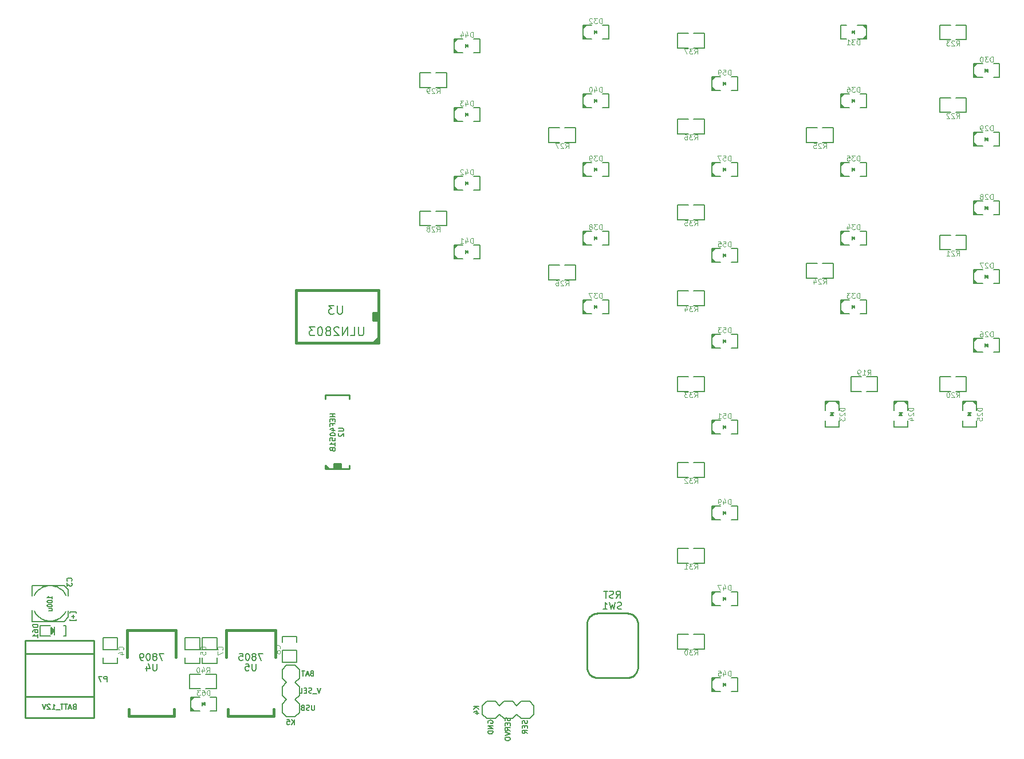
<source format=gbo>
G04 (created by PCBNEW-RS274X (2011-12-28 BZR 3254)-stable) date 7/11/2012 5:38:12 PM*
G01*
G70*
G90*
%MOIN*%
G04 Gerber Fmt 3.4, Leading zero omitted, Abs format*
%FSLAX34Y34*%
G04 APERTURE LIST*
%ADD10C,0.006000*%
%ADD11C,0.010000*%
%ADD12C,0.005000*%
%ADD13C,0.015000*%
%ADD14C,0.004000*%
%ADD15C,0.008000*%
G04 APERTURE END LIST*
G54D10*
X69700Y-31325D02*
X70325Y-31325D01*
X70325Y-31325D02*
X70325Y-32175D01*
X70325Y-32175D02*
X69700Y-32175D01*
X69400Y-32175D02*
X68800Y-32175D01*
X68800Y-32175D02*
X68775Y-32175D01*
X68775Y-32175D02*
X68775Y-31325D01*
X68775Y-31325D02*
X69400Y-31325D01*
X54450Y-44575D02*
X55075Y-44575D01*
X55075Y-44575D02*
X55075Y-45425D01*
X55075Y-45425D02*
X54450Y-45425D01*
X54150Y-45425D02*
X53550Y-45425D01*
X53550Y-45425D02*
X53525Y-45425D01*
X53525Y-45425D02*
X53525Y-44575D01*
X53525Y-44575D02*
X54150Y-44575D01*
X54450Y-19575D02*
X55075Y-19575D01*
X55075Y-19575D02*
X55075Y-20425D01*
X55075Y-20425D02*
X54450Y-20425D01*
X54150Y-20425D02*
X53550Y-20425D01*
X53550Y-20425D02*
X53525Y-20425D01*
X53525Y-20425D02*
X53525Y-19575D01*
X53525Y-19575D02*
X54150Y-19575D01*
X54450Y-24575D02*
X55075Y-24575D01*
X55075Y-24575D02*
X55075Y-25425D01*
X55075Y-25425D02*
X54450Y-25425D01*
X54150Y-25425D02*
X53550Y-25425D01*
X53550Y-25425D02*
X53525Y-25425D01*
X53525Y-25425D02*
X53525Y-24575D01*
X53525Y-24575D02*
X54150Y-24575D01*
X54450Y-29575D02*
X55075Y-29575D01*
X55075Y-29575D02*
X55075Y-30425D01*
X55075Y-30425D02*
X54450Y-30425D01*
X54150Y-30425D02*
X53550Y-30425D01*
X53550Y-30425D02*
X53525Y-30425D01*
X53525Y-30425D02*
X53525Y-29575D01*
X53525Y-29575D02*
X54150Y-29575D01*
X54450Y-34575D02*
X55075Y-34575D01*
X55075Y-34575D02*
X55075Y-35425D01*
X55075Y-35425D02*
X54450Y-35425D01*
X54150Y-35425D02*
X53550Y-35425D01*
X53550Y-35425D02*
X53525Y-35425D01*
X53525Y-35425D02*
X53525Y-34575D01*
X53525Y-34575D02*
X54150Y-34575D01*
X54450Y-39575D02*
X55075Y-39575D01*
X55075Y-39575D02*
X55075Y-40425D01*
X55075Y-40425D02*
X54450Y-40425D01*
X54150Y-40425D02*
X53550Y-40425D01*
X53550Y-40425D02*
X53525Y-40425D01*
X53525Y-40425D02*
X53525Y-39575D01*
X53525Y-39575D02*
X54150Y-39575D01*
X54450Y-49575D02*
X55075Y-49575D01*
X55075Y-49575D02*
X55075Y-50425D01*
X55075Y-50425D02*
X54450Y-50425D01*
X54150Y-50425D02*
X53550Y-50425D01*
X53550Y-50425D02*
X53525Y-50425D01*
X53525Y-50425D02*
X53525Y-49575D01*
X53525Y-49575D02*
X54150Y-49575D01*
X54450Y-54575D02*
X55075Y-54575D01*
X55075Y-54575D02*
X55075Y-55425D01*
X55075Y-55425D02*
X54450Y-55425D01*
X54150Y-55425D02*
X53550Y-55425D01*
X53550Y-55425D02*
X53525Y-55425D01*
X53525Y-55425D02*
X53525Y-54575D01*
X53525Y-54575D02*
X54150Y-54575D01*
X64225Y-40425D02*
X63600Y-40425D01*
X63600Y-40425D02*
X63600Y-39575D01*
X63600Y-39575D02*
X64225Y-39575D01*
X64525Y-39575D02*
X65125Y-39575D01*
X65125Y-39575D02*
X65150Y-39575D01*
X65150Y-39575D02*
X65150Y-40425D01*
X65150Y-40425D02*
X64525Y-40425D01*
X69700Y-39575D02*
X70325Y-39575D01*
X70325Y-39575D02*
X70325Y-40425D01*
X70325Y-40425D02*
X69700Y-40425D01*
X69400Y-40425D02*
X68800Y-40425D01*
X68800Y-40425D02*
X68775Y-40425D01*
X68775Y-40425D02*
X68775Y-39575D01*
X68775Y-39575D02*
X69400Y-39575D01*
X69700Y-23325D02*
X70325Y-23325D01*
X70325Y-23325D02*
X70325Y-24175D01*
X70325Y-24175D02*
X69700Y-24175D01*
X69400Y-24175D02*
X68800Y-24175D01*
X68800Y-24175D02*
X68775Y-24175D01*
X68775Y-24175D02*
X68775Y-23325D01*
X68775Y-23325D02*
X69400Y-23325D01*
X69700Y-19100D02*
X70325Y-19100D01*
X70325Y-19100D02*
X70325Y-19950D01*
X70325Y-19950D02*
X69700Y-19950D01*
X69400Y-19950D02*
X68800Y-19950D01*
X68800Y-19950D02*
X68775Y-19950D01*
X68775Y-19950D02*
X68775Y-19100D01*
X68775Y-19100D02*
X69400Y-19100D01*
X61950Y-32975D02*
X62575Y-32975D01*
X62575Y-32975D02*
X62575Y-33825D01*
X62575Y-33825D02*
X61950Y-33825D01*
X61650Y-33825D02*
X61050Y-33825D01*
X61050Y-33825D02*
X61025Y-33825D01*
X61025Y-33825D02*
X61025Y-32975D01*
X61025Y-32975D02*
X61650Y-32975D01*
X61950Y-25075D02*
X62575Y-25075D01*
X62575Y-25075D02*
X62575Y-25925D01*
X62575Y-25925D02*
X61950Y-25925D01*
X61650Y-25925D02*
X61050Y-25925D01*
X61050Y-25925D02*
X61025Y-25925D01*
X61025Y-25925D02*
X61025Y-25075D01*
X61025Y-25075D02*
X61650Y-25075D01*
X56175Y-22400D02*
X56175Y-22600D01*
X56325Y-22500D02*
X56175Y-22500D01*
X56175Y-22500D02*
X56325Y-22425D01*
X56325Y-22425D02*
X56325Y-22575D01*
X56325Y-22575D02*
X56175Y-22500D01*
X55500Y-22800D02*
X55575Y-22800D01*
X55500Y-22850D02*
X55625Y-22850D01*
X55500Y-22700D02*
X55500Y-22900D01*
X55500Y-22900D02*
X55700Y-22900D01*
X55500Y-22200D02*
X55575Y-22200D01*
X55500Y-22150D02*
X55625Y-22150D01*
X55500Y-22300D02*
X55500Y-22100D01*
X55500Y-22100D02*
X55700Y-22100D01*
X55700Y-22900D02*
X55500Y-22700D01*
X55500Y-22700D02*
X55500Y-22500D01*
X55500Y-22500D02*
X55500Y-22300D01*
X55500Y-22300D02*
X55700Y-22100D01*
X56650Y-22100D02*
X57000Y-22100D01*
X57000Y-22100D02*
X57000Y-22900D01*
X57000Y-22900D02*
X56650Y-22900D01*
X56025Y-22100D02*
X55700Y-22100D01*
X56025Y-22900D02*
X55700Y-22900D01*
X63825Y-19600D02*
X63825Y-19400D01*
X63675Y-19500D02*
X63825Y-19500D01*
X63825Y-19500D02*
X63675Y-19575D01*
X63675Y-19575D02*
X63675Y-19425D01*
X63675Y-19425D02*
X63825Y-19500D01*
X64500Y-19200D02*
X64425Y-19200D01*
X64500Y-19150D02*
X64375Y-19150D01*
X64500Y-19300D02*
X64500Y-19100D01*
X64500Y-19100D02*
X64300Y-19100D01*
X64500Y-19800D02*
X64425Y-19800D01*
X64500Y-19850D02*
X64375Y-19850D01*
X64500Y-19700D02*
X64500Y-19900D01*
X64500Y-19900D02*
X64300Y-19900D01*
X64300Y-19100D02*
X64500Y-19300D01*
X64500Y-19300D02*
X64500Y-19500D01*
X64500Y-19500D02*
X64500Y-19700D01*
X64500Y-19700D02*
X64300Y-19900D01*
X63350Y-19900D02*
X63000Y-19900D01*
X63000Y-19900D02*
X63000Y-19100D01*
X63000Y-19100D02*
X63350Y-19100D01*
X63975Y-19900D02*
X64300Y-19900D01*
X63975Y-19100D02*
X64300Y-19100D01*
X71425Y-21650D02*
X71425Y-21850D01*
X71575Y-21750D02*
X71425Y-21750D01*
X71425Y-21750D02*
X71575Y-21675D01*
X71575Y-21675D02*
X71575Y-21825D01*
X71575Y-21825D02*
X71425Y-21750D01*
X70750Y-22050D02*
X70825Y-22050D01*
X70750Y-22100D02*
X70875Y-22100D01*
X70750Y-21950D02*
X70750Y-22150D01*
X70750Y-22150D02*
X70950Y-22150D01*
X70750Y-21450D02*
X70825Y-21450D01*
X70750Y-21400D02*
X70875Y-21400D01*
X70750Y-21550D02*
X70750Y-21350D01*
X70750Y-21350D02*
X70950Y-21350D01*
X70950Y-22150D02*
X70750Y-21950D01*
X70750Y-21950D02*
X70750Y-21750D01*
X70750Y-21750D02*
X70750Y-21550D01*
X70750Y-21550D02*
X70950Y-21350D01*
X71900Y-21350D02*
X72250Y-21350D01*
X72250Y-21350D02*
X72250Y-22150D01*
X72250Y-22150D02*
X71900Y-22150D01*
X71275Y-21350D02*
X70950Y-21350D01*
X71275Y-22150D02*
X70950Y-22150D01*
X71425Y-25650D02*
X71425Y-25850D01*
X71575Y-25750D02*
X71425Y-25750D01*
X71425Y-25750D02*
X71575Y-25675D01*
X71575Y-25675D02*
X71575Y-25825D01*
X71575Y-25825D02*
X71425Y-25750D01*
X70750Y-26050D02*
X70825Y-26050D01*
X70750Y-26100D02*
X70875Y-26100D01*
X70750Y-25950D02*
X70750Y-26150D01*
X70750Y-26150D02*
X70950Y-26150D01*
X70750Y-25450D02*
X70825Y-25450D01*
X70750Y-25400D02*
X70875Y-25400D01*
X70750Y-25550D02*
X70750Y-25350D01*
X70750Y-25350D02*
X70950Y-25350D01*
X70950Y-26150D02*
X70750Y-25950D01*
X70750Y-25950D02*
X70750Y-25750D01*
X70750Y-25750D02*
X70750Y-25550D01*
X70750Y-25550D02*
X70950Y-25350D01*
X71900Y-25350D02*
X72250Y-25350D01*
X72250Y-25350D02*
X72250Y-26150D01*
X72250Y-26150D02*
X71900Y-26150D01*
X71275Y-25350D02*
X70950Y-25350D01*
X71275Y-26150D02*
X70950Y-26150D01*
X71425Y-29650D02*
X71425Y-29850D01*
X71575Y-29750D02*
X71425Y-29750D01*
X71425Y-29750D02*
X71575Y-29675D01*
X71575Y-29675D02*
X71575Y-29825D01*
X71575Y-29825D02*
X71425Y-29750D01*
X70750Y-30050D02*
X70825Y-30050D01*
X70750Y-30100D02*
X70875Y-30100D01*
X70750Y-29950D02*
X70750Y-30150D01*
X70750Y-30150D02*
X70950Y-30150D01*
X70750Y-29450D02*
X70825Y-29450D01*
X70750Y-29400D02*
X70875Y-29400D01*
X70750Y-29550D02*
X70750Y-29350D01*
X70750Y-29350D02*
X70950Y-29350D01*
X70950Y-30150D02*
X70750Y-29950D01*
X70750Y-29950D02*
X70750Y-29750D01*
X70750Y-29750D02*
X70750Y-29550D01*
X70750Y-29550D02*
X70950Y-29350D01*
X71900Y-29350D02*
X72250Y-29350D01*
X72250Y-29350D02*
X72250Y-30150D01*
X72250Y-30150D02*
X71900Y-30150D01*
X71275Y-29350D02*
X70950Y-29350D01*
X71275Y-30150D02*
X70950Y-30150D01*
X71425Y-33650D02*
X71425Y-33850D01*
X71575Y-33750D02*
X71425Y-33750D01*
X71425Y-33750D02*
X71575Y-33675D01*
X71575Y-33675D02*
X71575Y-33825D01*
X71575Y-33825D02*
X71425Y-33750D01*
X70750Y-34050D02*
X70825Y-34050D01*
X70750Y-34100D02*
X70875Y-34100D01*
X70750Y-33950D02*
X70750Y-34150D01*
X70750Y-34150D02*
X70950Y-34150D01*
X70750Y-33450D02*
X70825Y-33450D01*
X70750Y-33400D02*
X70875Y-33400D01*
X70750Y-33550D02*
X70750Y-33350D01*
X70750Y-33350D02*
X70950Y-33350D01*
X70950Y-34150D02*
X70750Y-33950D01*
X70750Y-33950D02*
X70750Y-33750D01*
X70750Y-33750D02*
X70750Y-33550D01*
X70750Y-33550D02*
X70950Y-33350D01*
X71900Y-33350D02*
X72250Y-33350D01*
X72250Y-33350D02*
X72250Y-34150D01*
X72250Y-34150D02*
X71900Y-34150D01*
X71275Y-33350D02*
X70950Y-33350D01*
X71275Y-34150D02*
X70950Y-34150D01*
X71425Y-37650D02*
X71425Y-37850D01*
X71575Y-37750D02*
X71425Y-37750D01*
X71425Y-37750D02*
X71575Y-37675D01*
X71575Y-37675D02*
X71575Y-37825D01*
X71575Y-37825D02*
X71425Y-37750D01*
X70750Y-38050D02*
X70825Y-38050D01*
X70750Y-38100D02*
X70875Y-38100D01*
X70750Y-37950D02*
X70750Y-38150D01*
X70750Y-38150D02*
X70950Y-38150D01*
X70750Y-37450D02*
X70825Y-37450D01*
X70750Y-37400D02*
X70875Y-37400D01*
X70750Y-37550D02*
X70750Y-37350D01*
X70750Y-37350D02*
X70950Y-37350D01*
X70950Y-38150D02*
X70750Y-37950D01*
X70750Y-37950D02*
X70750Y-37750D01*
X70750Y-37750D02*
X70750Y-37550D01*
X70750Y-37550D02*
X70950Y-37350D01*
X71900Y-37350D02*
X72250Y-37350D01*
X72250Y-37350D02*
X72250Y-38150D01*
X72250Y-38150D02*
X71900Y-38150D01*
X71275Y-37350D02*
X70950Y-37350D01*
X71275Y-38150D02*
X70950Y-38150D01*
X70600Y-41675D02*
X70400Y-41675D01*
X70500Y-41825D02*
X70500Y-41675D01*
X70500Y-41675D02*
X70575Y-41825D01*
X70575Y-41825D02*
X70425Y-41825D01*
X70425Y-41825D02*
X70500Y-41675D01*
X70200Y-41000D02*
X70200Y-41075D01*
X70150Y-41000D02*
X70150Y-41125D01*
X70300Y-41000D02*
X70100Y-41000D01*
X70100Y-41000D02*
X70100Y-41200D01*
X70800Y-41000D02*
X70800Y-41075D01*
X70850Y-41000D02*
X70850Y-41125D01*
X70700Y-41000D02*
X70900Y-41000D01*
X70900Y-41000D02*
X70900Y-41200D01*
X70100Y-41200D02*
X70300Y-41000D01*
X70300Y-41000D02*
X70500Y-41000D01*
X70500Y-41000D02*
X70700Y-41000D01*
X70700Y-41000D02*
X70900Y-41200D01*
X70900Y-42150D02*
X70900Y-42500D01*
X70900Y-42500D02*
X70100Y-42500D01*
X70100Y-42500D02*
X70100Y-42150D01*
X70900Y-41525D02*
X70900Y-41200D01*
X70100Y-41525D02*
X70100Y-41200D01*
X66600Y-41675D02*
X66400Y-41675D01*
X66500Y-41825D02*
X66500Y-41675D01*
X66500Y-41675D02*
X66575Y-41825D01*
X66575Y-41825D02*
X66425Y-41825D01*
X66425Y-41825D02*
X66500Y-41675D01*
X66200Y-41000D02*
X66200Y-41075D01*
X66150Y-41000D02*
X66150Y-41125D01*
X66300Y-41000D02*
X66100Y-41000D01*
X66100Y-41000D02*
X66100Y-41200D01*
X66800Y-41000D02*
X66800Y-41075D01*
X66850Y-41000D02*
X66850Y-41125D01*
X66700Y-41000D02*
X66900Y-41000D01*
X66900Y-41000D02*
X66900Y-41200D01*
X66100Y-41200D02*
X66300Y-41000D01*
X66300Y-41000D02*
X66500Y-41000D01*
X66500Y-41000D02*
X66700Y-41000D01*
X66700Y-41000D02*
X66900Y-41200D01*
X66900Y-42150D02*
X66900Y-42500D01*
X66900Y-42500D02*
X66100Y-42500D01*
X66100Y-42500D02*
X66100Y-42150D01*
X66900Y-41525D02*
X66900Y-41200D01*
X66100Y-41525D02*
X66100Y-41200D01*
X62600Y-41675D02*
X62400Y-41675D01*
X62500Y-41825D02*
X62500Y-41675D01*
X62500Y-41675D02*
X62575Y-41825D01*
X62575Y-41825D02*
X62425Y-41825D01*
X62425Y-41825D02*
X62500Y-41675D01*
X62200Y-41000D02*
X62200Y-41075D01*
X62150Y-41000D02*
X62150Y-41125D01*
X62300Y-41000D02*
X62100Y-41000D01*
X62100Y-41000D02*
X62100Y-41200D01*
X62800Y-41000D02*
X62800Y-41075D01*
X62850Y-41000D02*
X62850Y-41125D01*
X62700Y-41000D02*
X62900Y-41000D01*
X62900Y-41000D02*
X62900Y-41200D01*
X62100Y-41200D02*
X62300Y-41000D01*
X62300Y-41000D02*
X62500Y-41000D01*
X62500Y-41000D02*
X62700Y-41000D01*
X62700Y-41000D02*
X62900Y-41200D01*
X62900Y-42150D02*
X62900Y-42500D01*
X62900Y-42500D02*
X62100Y-42500D01*
X62100Y-42500D02*
X62100Y-42150D01*
X62900Y-41525D02*
X62900Y-41200D01*
X62100Y-41525D02*
X62100Y-41200D01*
X56175Y-57400D02*
X56175Y-57600D01*
X56325Y-57500D02*
X56175Y-57500D01*
X56175Y-57500D02*
X56325Y-57425D01*
X56325Y-57425D02*
X56325Y-57575D01*
X56325Y-57575D02*
X56175Y-57500D01*
X55500Y-57800D02*
X55575Y-57800D01*
X55500Y-57850D02*
X55625Y-57850D01*
X55500Y-57700D02*
X55500Y-57900D01*
X55500Y-57900D02*
X55700Y-57900D01*
X55500Y-57200D02*
X55575Y-57200D01*
X55500Y-57150D02*
X55625Y-57150D01*
X55500Y-57300D02*
X55500Y-57100D01*
X55500Y-57100D02*
X55700Y-57100D01*
X55700Y-57900D02*
X55500Y-57700D01*
X55500Y-57700D02*
X55500Y-57500D01*
X55500Y-57500D02*
X55500Y-57300D01*
X55500Y-57300D02*
X55700Y-57100D01*
X56650Y-57100D02*
X57000Y-57100D01*
X57000Y-57100D02*
X57000Y-57900D01*
X57000Y-57900D02*
X56650Y-57900D01*
X56025Y-57100D02*
X55700Y-57100D01*
X56025Y-57900D02*
X55700Y-57900D01*
X56175Y-32400D02*
X56175Y-32600D01*
X56325Y-32500D02*
X56175Y-32500D01*
X56175Y-32500D02*
X56325Y-32425D01*
X56325Y-32425D02*
X56325Y-32575D01*
X56325Y-32575D02*
X56175Y-32500D01*
X55500Y-32800D02*
X55575Y-32800D01*
X55500Y-32850D02*
X55625Y-32850D01*
X55500Y-32700D02*
X55500Y-32900D01*
X55500Y-32900D02*
X55700Y-32900D01*
X55500Y-32200D02*
X55575Y-32200D01*
X55500Y-32150D02*
X55625Y-32150D01*
X55500Y-32300D02*
X55500Y-32100D01*
X55500Y-32100D02*
X55700Y-32100D01*
X55700Y-32900D02*
X55500Y-32700D01*
X55500Y-32700D02*
X55500Y-32500D01*
X55500Y-32500D02*
X55500Y-32300D01*
X55500Y-32300D02*
X55700Y-32100D01*
X56650Y-32100D02*
X57000Y-32100D01*
X57000Y-32100D02*
X57000Y-32900D01*
X57000Y-32900D02*
X56650Y-32900D01*
X56025Y-32100D02*
X55700Y-32100D01*
X56025Y-32900D02*
X55700Y-32900D01*
X56175Y-37400D02*
X56175Y-37600D01*
X56325Y-37500D02*
X56175Y-37500D01*
X56175Y-37500D02*
X56325Y-37425D01*
X56325Y-37425D02*
X56325Y-37575D01*
X56325Y-37575D02*
X56175Y-37500D01*
X55500Y-37800D02*
X55575Y-37800D01*
X55500Y-37850D02*
X55625Y-37850D01*
X55500Y-37700D02*
X55500Y-37900D01*
X55500Y-37900D02*
X55700Y-37900D01*
X55500Y-37200D02*
X55575Y-37200D01*
X55500Y-37150D02*
X55625Y-37150D01*
X55500Y-37300D02*
X55500Y-37100D01*
X55500Y-37100D02*
X55700Y-37100D01*
X55700Y-37900D02*
X55500Y-37700D01*
X55500Y-37700D02*
X55500Y-37500D01*
X55500Y-37500D02*
X55500Y-37300D01*
X55500Y-37300D02*
X55700Y-37100D01*
X56650Y-37100D02*
X57000Y-37100D01*
X57000Y-37100D02*
X57000Y-37900D01*
X57000Y-37900D02*
X56650Y-37900D01*
X56025Y-37100D02*
X55700Y-37100D01*
X56025Y-37900D02*
X55700Y-37900D01*
X48675Y-19400D02*
X48675Y-19600D01*
X48825Y-19500D02*
X48675Y-19500D01*
X48675Y-19500D02*
X48825Y-19425D01*
X48825Y-19425D02*
X48825Y-19575D01*
X48825Y-19575D02*
X48675Y-19500D01*
X48000Y-19800D02*
X48075Y-19800D01*
X48000Y-19850D02*
X48125Y-19850D01*
X48000Y-19700D02*
X48000Y-19900D01*
X48000Y-19900D02*
X48200Y-19900D01*
X48000Y-19200D02*
X48075Y-19200D01*
X48000Y-19150D02*
X48125Y-19150D01*
X48000Y-19300D02*
X48000Y-19100D01*
X48000Y-19100D02*
X48200Y-19100D01*
X48200Y-19900D02*
X48000Y-19700D01*
X48000Y-19700D02*
X48000Y-19500D01*
X48000Y-19500D02*
X48000Y-19300D01*
X48000Y-19300D02*
X48200Y-19100D01*
X49150Y-19100D02*
X49500Y-19100D01*
X49500Y-19100D02*
X49500Y-19900D01*
X49500Y-19900D02*
X49150Y-19900D01*
X48525Y-19100D02*
X48200Y-19100D01*
X48525Y-19900D02*
X48200Y-19900D01*
X56175Y-42400D02*
X56175Y-42600D01*
X56325Y-42500D02*
X56175Y-42500D01*
X56175Y-42500D02*
X56325Y-42425D01*
X56325Y-42425D02*
X56325Y-42575D01*
X56325Y-42575D02*
X56175Y-42500D01*
X55500Y-42800D02*
X55575Y-42800D01*
X55500Y-42850D02*
X55625Y-42850D01*
X55500Y-42700D02*
X55500Y-42900D01*
X55500Y-42900D02*
X55700Y-42900D01*
X55500Y-42200D02*
X55575Y-42200D01*
X55500Y-42150D02*
X55625Y-42150D01*
X55500Y-42300D02*
X55500Y-42100D01*
X55500Y-42100D02*
X55700Y-42100D01*
X55700Y-42900D02*
X55500Y-42700D01*
X55500Y-42700D02*
X55500Y-42500D01*
X55500Y-42500D02*
X55500Y-42300D01*
X55500Y-42300D02*
X55700Y-42100D01*
X56650Y-42100D02*
X57000Y-42100D01*
X57000Y-42100D02*
X57000Y-42900D01*
X57000Y-42900D02*
X56650Y-42900D01*
X56025Y-42100D02*
X55700Y-42100D01*
X56025Y-42900D02*
X55700Y-42900D01*
X56175Y-47400D02*
X56175Y-47600D01*
X56325Y-47500D02*
X56175Y-47500D01*
X56175Y-47500D02*
X56325Y-47425D01*
X56325Y-47425D02*
X56325Y-47575D01*
X56325Y-47575D02*
X56175Y-47500D01*
X55500Y-47800D02*
X55575Y-47800D01*
X55500Y-47850D02*
X55625Y-47850D01*
X55500Y-47700D02*
X55500Y-47900D01*
X55500Y-47900D02*
X55700Y-47900D01*
X55500Y-47200D02*
X55575Y-47200D01*
X55500Y-47150D02*
X55625Y-47150D01*
X55500Y-47300D02*
X55500Y-47100D01*
X55500Y-47100D02*
X55700Y-47100D01*
X55700Y-47900D02*
X55500Y-47700D01*
X55500Y-47700D02*
X55500Y-47500D01*
X55500Y-47500D02*
X55500Y-47300D01*
X55500Y-47300D02*
X55700Y-47100D01*
X56650Y-47100D02*
X57000Y-47100D01*
X57000Y-47100D02*
X57000Y-47900D01*
X57000Y-47900D02*
X56650Y-47900D01*
X56025Y-47100D02*
X55700Y-47100D01*
X56025Y-47900D02*
X55700Y-47900D01*
X56175Y-52400D02*
X56175Y-52600D01*
X56325Y-52500D02*
X56175Y-52500D01*
X56175Y-52500D02*
X56325Y-52425D01*
X56325Y-52425D02*
X56325Y-52575D01*
X56325Y-52575D02*
X56175Y-52500D01*
X55500Y-52800D02*
X55575Y-52800D01*
X55500Y-52850D02*
X55625Y-52850D01*
X55500Y-52700D02*
X55500Y-52900D01*
X55500Y-52900D02*
X55700Y-52900D01*
X55500Y-52200D02*
X55575Y-52200D01*
X55500Y-52150D02*
X55625Y-52150D01*
X55500Y-52300D02*
X55500Y-52100D01*
X55500Y-52100D02*
X55700Y-52100D01*
X55700Y-52900D02*
X55500Y-52700D01*
X55500Y-52700D02*
X55500Y-52500D01*
X55500Y-52500D02*
X55500Y-52300D01*
X55500Y-52300D02*
X55700Y-52100D01*
X56650Y-52100D02*
X57000Y-52100D01*
X57000Y-52100D02*
X57000Y-52900D01*
X57000Y-52900D02*
X56650Y-52900D01*
X56025Y-52100D02*
X55700Y-52100D01*
X56025Y-52900D02*
X55700Y-52900D01*
X56175Y-27400D02*
X56175Y-27600D01*
X56325Y-27500D02*
X56175Y-27500D01*
X56175Y-27500D02*
X56325Y-27425D01*
X56325Y-27425D02*
X56325Y-27575D01*
X56325Y-27575D02*
X56175Y-27500D01*
X55500Y-27800D02*
X55575Y-27800D01*
X55500Y-27850D02*
X55625Y-27850D01*
X55500Y-27700D02*
X55500Y-27900D01*
X55500Y-27900D02*
X55700Y-27900D01*
X55500Y-27200D02*
X55575Y-27200D01*
X55500Y-27150D02*
X55625Y-27150D01*
X55500Y-27300D02*
X55500Y-27100D01*
X55500Y-27100D02*
X55700Y-27100D01*
X55700Y-27900D02*
X55500Y-27700D01*
X55500Y-27700D02*
X55500Y-27500D01*
X55500Y-27500D02*
X55500Y-27300D01*
X55500Y-27300D02*
X55700Y-27100D01*
X56650Y-27100D02*
X57000Y-27100D01*
X57000Y-27100D02*
X57000Y-27900D01*
X57000Y-27900D02*
X56650Y-27900D01*
X56025Y-27100D02*
X55700Y-27100D01*
X56025Y-27900D02*
X55700Y-27900D01*
X63675Y-23400D02*
X63675Y-23600D01*
X63825Y-23500D02*
X63675Y-23500D01*
X63675Y-23500D02*
X63825Y-23425D01*
X63825Y-23425D02*
X63825Y-23575D01*
X63825Y-23575D02*
X63675Y-23500D01*
X63000Y-23800D02*
X63075Y-23800D01*
X63000Y-23850D02*
X63125Y-23850D01*
X63000Y-23700D02*
X63000Y-23900D01*
X63000Y-23900D02*
X63200Y-23900D01*
X63000Y-23200D02*
X63075Y-23200D01*
X63000Y-23150D02*
X63125Y-23150D01*
X63000Y-23300D02*
X63000Y-23100D01*
X63000Y-23100D02*
X63200Y-23100D01*
X63200Y-23900D02*
X63000Y-23700D01*
X63000Y-23700D02*
X63000Y-23500D01*
X63000Y-23500D02*
X63000Y-23300D01*
X63000Y-23300D02*
X63200Y-23100D01*
X64150Y-23100D02*
X64500Y-23100D01*
X64500Y-23100D02*
X64500Y-23900D01*
X64500Y-23900D02*
X64150Y-23900D01*
X63525Y-23100D02*
X63200Y-23100D01*
X63525Y-23900D02*
X63200Y-23900D01*
X63675Y-27400D02*
X63675Y-27600D01*
X63825Y-27500D02*
X63675Y-27500D01*
X63675Y-27500D02*
X63825Y-27425D01*
X63825Y-27425D02*
X63825Y-27575D01*
X63825Y-27575D02*
X63675Y-27500D01*
X63000Y-27800D02*
X63075Y-27800D01*
X63000Y-27850D02*
X63125Y-27850D01*
X63000Y-27700D02*
X63000Y-27900D01*
X63000Y-27900D02*
X63200Y-27900D01*
X63000Y-27200D02*
X63075Y-27200D01*
X63000Y-27150D02*
X63125Y-27150D01*
X63000Y-27300D02*
X63000Y-27100D01*
X63000Y-27100D02*
X63200Y-27100D01*
X63200Y-27900D02*
X63000Y-27700D01*
X63000Y-27700D02*
X63000Y-27500D01*
X63000Y-27500D02*
X63000Y-27300D01*
X63000Y-27300D02*
X63200Y-27100D01*
X64150Y-27100D02*
X64500Y-27100D01*
X64500Y-27100D02*
X64500Y-27900D01*
X64500Y-27900D02*
X64150Y-27900D01*
X63525Y-27100D02*
X63200Y-27100D01*
X63525Y-27900D02*
X63200Y-27900D01*
X63675Y-31400D02*
X63675Y-31600D01*
X63825Y-31500D02*
X63675Y-31500D01*
X63675Y-31500D02*
X63825Y-31425D01*
X63825Y-31425D02*
X63825Y-31575D01*
X63825Y-31575D02*
X63675Y-31500D01*
X63000Y-31800D02*
X63075Y-31800D01*
X63000Y-31850D02*
X63125Y-31850D01*
X63000Y-31700D02*
X63000Y-31900D01*
X63000Y-31900D02*
X63200Y-31900D01*
X63000Y-31200D02*
X63075Y-31200D01*
X63000Y-31150D02*
X63125Y-31150D01*
X63000Y-31300D02*
X63000Y-31100D01*
X63000Y-31100D02*
X63200Y-31100D01*
X63200Y-31900D02*
X63000Y-31700D01*
X63000Y-31700D02*
X63000Y-31500D01*
X63000Y-31500D02*
X63000Y-31300D01*
X63000Y-31300D02*
X63200Y-31100D01*
X64150Y-31100D02*
X64500Y-31100D01*
X64500Y-31100D02*
X64500Y-31900D01*
X64500Y-31900D02*
X64150Y-31900D01*
X63525Y-31100D02*
X63200Y-31100D01*
X63525Y-31900D02*
X63200Y-31900D01*
X63675Y-35400D02*
X63675Y-35600D01*
X63825Y-35500D02*
X63675Y-35500D01*
X63675Y-35500D02*
X63825Y-35425D01*
X63825Y-35425D02*
X63825Y-35575D01*
X63825Y-35575D02*
X63675Y-35500D01*
X63000Y-35800D02*
X63075Y-35800D01*
X63000Y-35850D02*
X63125Y-35850D01*
X63000Y-35700D02*
X63000Y-35900D01*
X63000Y-35900D02*
X63200Y-35900D01*
X63000Y-35200D02*
X63075Y-35200D01*
X63000Y-35150D02*
X63125Y-35150D01*
X63000Y-35300D02*
X63000Y-35100D01*
X63000Y-35100D02*
X63200Y-35100D01*
X63200Y-35900D02*
X63000Y-35700D01*
X63000Y-35700D02*
X63000Y-35500D01*
X63000Y-35500D02*
X63000Y-35300D01*
X63000Y-35300D02*
X63200Y-35100D01*
X64150Y-35100D02*
X64500Y-35100D01*
X64500Y-35100D02*
X64500Y-35900D01*
X64500Y-35900D02*
X64150Y-35900D01*
X63525Y-35100D02*
X63200Y-35100D01*
X63525Y-35900D02*
X63200Y-35900D01*
X39450Y-21875D02*
X40075Y-21875D01*
X40075Y-21875D02*
X40075Y-22725D01*
X40075Y-22725D02*
X39450Y-22725D01*
X39150Y-22725D02*
X38550Y-22725D01*
X38550Y-22725D02*
X38525Y-22725D01*
X38525Y-22725D02*
X38525Y-21875D01*
X38525Y-21875D02*
X39150Y-21875D01*
X46950Y-33075D02*
X47575Y-33075D01*
X47575Y-33075D02*
X47575Y-33925D01*
X47575Y-33925D02*
X46950Y-33925D01*
X46650Y-33925D02*
X46050Y-33925D01*
X46050Y-33925D02*
X46025Y-33925D01*
X46025Y-33925D02*
X46025Y-33075D01*
X46025Y-33075D02*
X46650Y-33075D01*
X46950Y-25075D02*
X47575Y-25075D01*
X47575Y-25075D02*
X47575Y-25925D01*
X47575Y-25925D02*
X46950Y-25925D01*
X46650Y-25925D02*
X46050Y-25925D01*
X46050Y-25925D02*
X46025Y-25925D01*
X46025Y-25925D02*
X46025Y-25075D01*
X46025Y-25075D02*
X46650Y-25075D01*
X39450Y-29925D02*
X40075Y-29925D01*
X40075Y-29925D02*
X40075Y-30775D01*
X40075Y-30775D02*
X39450Y-30775D01*
X39150Y-30775D02*
X38550Y-30775D01*
X38550Y-30775D02*
X38525Y-30775D01*
X38525Y-30775D02*
X38525Y-29925D01*
X38525Y-29925D02*
X39150Y-29925D01*
X41175Y-20200D02*
X41175Y-20400D01*
X41325Y-20300D02*
X41175Y-20300D01*
X41175Y-20300D02*
X41325Y-20225D01*
X41325Y-20225D02*
X41325Y-20375D01*
X41325Y-20375D02*
X41175Y-20300D01*
X40500Y-20600D02*
X40575Y-20600D01*
X40500Y-20650D02*
X40625Y-20650D01*
X40500Y-20500D02*
X40500Y-20700D01*
X40500Y-20700D02*
X40700Y-20700D01*
X40500Y-20000D02*
X40575Y-20000D01*
X40500Y-19950D02*
X40625Y-19950D01*
X40500Y-20100D02*
X40500Y-19900D01*
X40500Y-19900D02*
X40700Y-19900D01*
X40700Y-20700D02*
X40500Y-20500D01*
X40500Y-20500D02*
X40500Y-20300D01*
X40500Y-20300D02*
X40500Y-20100D01*
X40500Y-20100D02*
X40700Y-19900D01*
X41650Y-19900D02*
X42000Y-19900D01*
X42000Y-19900D02*
X42000Y-20700D01*
X42000Y-20700D02*
X41650Y-20700D01*
X41025Y-19900D02*
X40700Y-19900D01*
X41025Y-20700D02*
X40700Y-20700D01*
X41175Y-24200D02*
X41175Y-24400D01*
X41325Y-24300D02*
X41175Y-24300D01*
X41175Y-24300D02*
X41325Y-24225D01*
X41325Y-24225D02*
X41325Y-24375D01*
X41325Y-24375D02*
X41175Y-24300D01*
X40500Y-24600D02*
X40575Y-24600D01*
X40500Y-24650D02*
X40625Y-24650D01*
X40500Y-24500D02*
X40500Y-24700D01*
X40500Y-24700D02*
X40700Y-24700D01*
X40500Y-24000D02*
X40575Y-24000D01*
X40500Y-23950D02*
X40625Y-23950D01*
X40500Y-24100D02*
X40500Y-23900D01*
X40500Y-23900D02*
X40700Y-23900D01*
X40700Y-24700D02*
X40500Y-24500D01*
X40500Y-24500D02*
X40500Y-24300D01*
X40500Y-24300D02*
X40500Y-24100D01*
X40500Y-24100D02*
X40700Y-23900D01*
X41650Y-23900D02*
X42000Y-23900D01*
X42000Y-23900D02*
X42000Y-24700D01*
X42000Y-24700D02*
X41650Y-24700D01*
X41025Y-23900D02*
X40700Y-23900D01*
X41025Y-24700D02*
X40700Y-24700D01*
X41175Y-28200D02*
X41175Y-28400D01*
X41325Y-28300D02*
X41175Y-28300D01*
X41175Y-28300D02*
X41325Y-28225D01*
X41325Y-28225D02*
X41325Y-28375D01*
X41325Y-28375D02*
X41175Y-28300D01*
X40500Y-28600D02*
X40575Y-28600D01*
X40500Y-28650D02*
X40625Y-28650D01*
X40500Y-28500D02*
X40500Y-28700D01*
X40500Y-28700D02*
X40700Y-28700D01*
X40500Y-28000D02*
X40575Y-28000D01*
X40500Y-27950D02*
X40625Y-27950D01*
X40500Y-28100D02*
X40500Y-27900D01*
X40500Y-27900D02*
X40700Y-27900D01*
X40700Y-28700D02*
X40500Y-28500D01*
X40500Y-28500D02*
X40500Y-28300D01*
X40500Y-28300D02*
X40500Y-28100D01*
X40500Y-28100D02*
X40700Y-27900D01*
X41650Y-27900D02*
X42000Y-27900D01*
X42000Y-27900D02*
X42000Y-28700D01*
X42000Y-28700D02*
X41650Y-28700D01*
X41025Y-27900D02*
X40700Y-27900D01*
X41025Y-28700D02*
X40700Y-28700D01*
X41175Y-32200D02*
X41175Y-32400D01*
X41325Y-32300D02*
X41175Y-32300D01*
X41175Y-32300D02*
X41325Y-32225D01*
X41325Y-32225D02*
X41325Y-32375D01*
X41325Y-32375D02*
X41175Y-32300D01*
X40500Y-32600D02*
X40575Y-32600D01*
X40500Y-32650D02*
X40625Y-32650D01*
X40500Y-32500D02*
X40500Y-32700D01*
X40500Y-32700D02*
X40700Y-32700D01*
X40500Y-32000D02*
X40575Y-32000D01*
X40500Y-31950D02*
X40625Y-31950D01*
X40500Y-32100D02*
X40500Y-31900D01*
X40500Y-31900D02*
X40700Y-31900D01*
X40700Y-32700D02*
X40500Y-32500D01*
X40500Y-32500D02*
X40500Y-32300D01*
X40500Y-32300D02*
X40500Y-32100D01*
X40500Y-32100D02*
X40700Y-31900D01*
X41650Y-31900D02*
X42000Y-31900D01*
X42000Y-31900D02*
X42000Y-32700D01*
X42000Y-32700D02*
X41650Y-32700D01*
X41025Y-31900D02*
X40700Y-31900D01*
X41025Y-32700D02*
X40700Y-32700D01*
X48675Y-23400D02*
X48675Y-23600D01*
X48825Y-23500D02*
X48675Y-23500D01*
X48675Y-23500D02*
X48825Y-23425D01*
X48825Y-23425D02*
X48825Y-23575D01*
X48825Y-23575D02*
X48675Y-23500D01*
X48000Y-23800D02*
X48075Y-23800D01*
X48000Y-23850D02*
X48125Y-23850D01*
X48000Y-23700D02*
X48000Y-23900D01*
X48000Y-23900D02*
X48200Y-23900D01*
X48000Y-23200D02*
X48075Y-23200D01*
X48000Y-23150D02*
X48125Y-23150D01*
X48000Y-23300D02*
X48000Y-23100D01*
X48000Y-23100D02*
X48200Y-23100D01*
X48200Y-23900D02*
X48000Y-23700D01*
X48000Y-23700D02*
X48000Y-23500D01*
X48000Y-23500D02*
X48000Y-23300D01*
X48000Y-23300D02*
X48200Y-23100D01*
X49150Y-23100D02*
X49500Y-23100D01*
X49500Y-23100D02*
X49500Y-23900D01*
X49500Y-23900D02*
X49150Y-23900D01*
X48525Y-23100D02*
X48200Y-23100D01*
X48525Y-23900D02*
X48200Y-23900D01*
X48675Y-27400D02*
X48675Y-27600D01*
X48825Y-27500D02*
X48675Y-27500D01*
X48675Y-27500D02*
X48825Y-27425D01*
X48825Y-27425D02*
X48825Y-27575D01*
X48825Y-27575D02*
X48675Y-27500D01*
X48000Y-27800D02*
X48075Y-27800D01*
X48000Y-27850D02*
X48125Y-27850D01*
X48000Y-27700D02*
X48000Y-27900D01*
X48000Y-27900D02*
X48200Y-27900D01*
X48000Y-27200D02*
X48075Y-27200D01*
X48000Y-27150D02*
X48125Y-27150D01*
X48000Y-27300D02*
X48000Y-27100D01*
X48000Y-27100D02*
X48200Y-27100D01*
X48200Y-27900D02*
X48000Y-27700D01*
X48000Y-27700D02*
X48000Y-27500D01*
X48000Y-27500D02*
X48000Y-27300D01*
X48000Y-27300D02*
X48200Y-27100D01*
X49150Y-27100D02*
X49500Y-27100D01*
X49500Y-27100D02*
X49500Y-27900D01*
X49500Y-27900D02*
X49150Y-27900D01*
X48525Y-27100D02*
X48200Y-27100D01*
X48525Y-27900D02*
X48200Y-27900D01*
X48675Y-31400D02*
X48675Y-31600D01*
X48825Y-31500D02*
X48675Y-31500D01*
X48675Y-31500D02*
X48825Y-31425D01*
X48825Y-31425D02*
X48825Y-31575D01*
X48825Y-31575D02*
X48675Y-31500D01*
X48000Y-31800D02*
X48075Y-31800D01*
X48000Y-31850D02*
X48125Y-31850D01*
X48000Y-31700D02*
X48000Y-31900D01*
X48000Y-31900D02*
X48200Y-31900D01*
X48000Y-31200D02*
X48075Y-31200D01*
X48000Y-31150D02*
X48125Y-31150D01*
X48000Y-31300D02*
X48000Y-31100D01*
X48000Y-31100D02*
X48200Y-31100D01*
X48200Y-31900D02*
X48000Y-31700D01*
X48000Y-31700D02*
X48000Y-31500D01*
X48000Y-31500D02*
X48000Y-31300D01*
X48000Y-31300D02*
X48200Y-31100D01*
X49150Y-31100D02*
X49500Y-31100D01*
X49500Y-31100D02*
X49500Y-31900D01*
X49500Y-31900D02*
X49150Y-31900D01*
X48525Y-31100D02*
X48200Y-31100D01*
X48525Y-31900D02*
X48200Y-31900D01*
X48675Y-35400D02*
X48675Y-35600D01*
X48825Y-35500D02*
X48675Y-35500D01*
X48675Y-35500D02*
X48825Y-35425D01*
X48825Y-35425D02*
X48825Y-35575D01*
X48825Y-35575D02*
X48675Y-35500D01*
X48000Y-35800D02*
X48075Y-35800D01*
X48000Y-35850D02*
X48125Y-35850D01*
X48000Y-35700D02*
X48000Y-35900D01*
X48000Y-35900D02*
X48200Y-35900D01*
X48000Y-35200D02*
X48075Y-35200D01*
X48000Y-35150D02*
X48125Y-35150D01*
X48000Y-35300D02*
X48000Y-35100D01*
X48000Y-35100D02*
X48200Y-35100D01*
X48200Y-35900D02*
X48000Y-35700D01*
X48000Y-35700D02*
X48000Y-35500D01*
X48000Y-35500D02*
X48000Y-35300D01*
X48000Y-35300D02*
X48200Y-35100D01*
X49150Y-35100D02*
X49500Y-35100D01*
X49500Y-35100D02*
X49500Y-35900D01*
X49500Y-35900D02*
X49150Y-35900D01*
X48525Y-35100D02*
X48200Y-35100D01*
X48525Y-35900D02*
X48200Y-35900D01*
G54D11*
X51200Y-53950D02*
X51197Y-53898D01*
X51190Y-53846D01*
X51179Y-53795D01*
X51163Y-53745D01*
X51143Y-53697D01*
X51119Y-53651D01*
X51091Y-53606D01*
X51059Y-53565D01*
X51024Y-53526D01*
X50985Y-53491D01*
X50944Y-53459D01*
X50900Y-53431D01*
X50853Y-53407D01*
X50805Y-53387D01*
X50755Y-53371D01*
X50704Y-53360D01*
X50652Y-53353D01*
X50600Y-53350D01*
X48850Y-53350D02*
X48798Y-53353D01*
X48746Y-53360D01*
X48695Y-53371D01*
X48645Y-53387D01*
X48597Y-53407D01*
X48551Y-53431D01*
X48506Y-53459D01*
X48465Y-53491D01*
X48426Y-53526D01*
X48391Y-53565D01*
X48359Y-53606D01*
X48331Y-53651D01*
X48307Y-53697D01*
X48287Y-53745D01*
X48271Y-53795D01*
X48260Y-53846D01*
X48253Y-53898D01*
X48250Y-53950D01*
X50600Y-57100D02*
X50652Y-57097D01*
X50704Y-57090D01*
X50755Y-57079D01*
X50805Y-57063D01*
X50853Y-57043D01*
X50900Y-57019D01*
X50944Y-56991D01*
X50985Y-56959D01*
X51024Y-56924D01*
X51059Y-56885D01*
X51091Y-56844D01*
X51119Y-56799D01*
X51143Y-56753D01*
X51163Y-56705D01*
X51179Y-56655D01*
X51190Y-56604D01*
X51197Y-56552D01*
X51200Y-56500D01*
X48250Y-56500D02*
X48253Y-56552D01*
X48260Y-56604D01*
X48271Y-56655D01*
X48287Y-56705D01*
X48307Y-56753D01*
X48331Y-56799D01*
X48359Y-56844D01*
X48391Y-56885D01*
X48426Y-56924D01*
X48465Y-56959D01*
X48506Y-56991D01*
X48551Y-57019D01*
X48597Y-57043D01*
X48645Y-57063D01*
X48695Y-57079D01*
X48746Y-57090D01*
X48798Y-57097D01*
X48850Y-57100D01*
X50600Y-57100D02*
X48850Y-57100D01*
X48850Y-53350D02*
X50600Y-53350D01*
X48250Y-53950D02*
X48250Y-56500D01*
X51200Y-53950D02*
X51200Y-56500D01*
G54D12*
X17250Y-54600D02*
X17250Y-54150D01*
X17200Y-54350D02*
X17200Y-54425D01*
X17150Y-54275D02*
X17150Y-54475D01*
X17100Y-54225D02*
X17100Y-54525D01*
X17050Y-54375D02*
X17050Y-54575D01*
X17050Y-54575D02*
X17250Y-54375D01*
X17250Y-54375D02*
X17050Y-54175D01*
X17050Y-54175D02*
X17050Y-54375D01*
X17775Y-54075D02*
X17900Y-54075D01*
X17900Y-54075D02*
X17900Y-54675D01*
X17900Y-54675D02*
X17775Y-54675D01*
X17025Y-54675D02*
X16400Y-54675D01*
X16400Y-54675D02*
X16400Y-54075D01*
X16400Y-54075D02*
X17025Y-54075D01*
G54D13*
X36125Y-37600D02*
X31325Y-37600D01*
X36125Y-34550D02*
X31325Y-34550D01*
X36125Y-37300D02*
X35825Y-37600D01*
X35975Y-35875D02*
X35975Y-36275D01*
X35825Y-36275D02*
X36125Y-36275D01*
X35825Y-35875D02*
X36125Y-35875D01*
X35825Y-35875D02*
X35825Y-36275D01*
X31325Y-34550D02*
X31325Y-37600D01*
X36125Y-34550D02*
X36125Y-37600D01*
G54D11*
X33150Y-44950D02*
X33025Y-44825D01*
X33025Y-44725D02*
X33250Y-44950D01*
X33925Y-44850D02*
X33525Y-44850D01*
X33925Y-44750D02*
X33525Y-44750D01*
X33525Y-44650D02*
X33925Y-44650D01*
X33525Y-44650D02*
X33525Y-44950D01*
X33925Y-44650D02*
X33925Y-44950D01*
X34425Y-40650D02*
X33025Y-40650D01*
X34425Y-40650D02*
X34425Y-40875D01*
X33025Y-40650D02*
X33025Y-40875D01*
X33025Y-44950D02*
X33025Y-44725D01*
X34425Y-44950D02*
X34425Y-44725D01*
X33025Y-44950D02*
X34425Y-44950D01*
G54D10*
X25750Y-57750D02*
X25125Y-57750D01*
X25125Y-57750D02*
X25125Y-56900D01*
X25125Y-56900D02*
X25750Y-56900D01*
X26050Y-56900D02*
X26650Y-56900D01*
X26650Y-56900D02*
X26675Y-56900D01*
X26675Y-56900D02*
X26675Y-57750D01*
X26675Y-57750D02*
X26050Y-57750D01*
X25850Y-58525D02*
X25850Y-58725D01*
X26000Y-58625D02*
X25850Y-58625D01*
X25850Y-58625D02*
X26000Y-58550D01*
X26000Y-58550D02*
X26000Y-58700D01*
X26000Y-58700D02*
X25850Y-58625D01*
X25175Y-58925D02*
X25250Y-58925D01*
X25175Y-58975D02*
X25300Y-58975D01*
X25175Y-58825D02*
X25175Y-59025D01*
X25175Y-59025D02*
X25375Y-59025D01*
X25175Y-58325D02*
X25250Y-58325D01*
X25175Y-58275D02*
X25300Y-58275D01*
X25175Y-58425D02*
X25175Y-58225D01*
X25175Y-58225D02*
X25375Y-58225D01*
X25375Y-59025D02*
X25175Y-58825D01*
X25175Y-58825D02*
X25175Y-58625D01*
X25175Y-58625D02*
X25175Y-58425D01*
X25175Y-58425D02*
X25375Y-58225D01*
X26325Y-58225D02*
X26675Y-58225D01*
X26675Y-58225D02*
X26675Y-59025D01*
X26675Y-59025D02*
X26325Y-59025D01*
X25700Y-58225D02*
X25375Y-58225D01*
X25700Y-59025D02*
X25375Y-59025D01*
X17924Y-52301D02*
X17879Y-52222D01*
X17827Y-52147D01*
X17769Y-52078D01*
X17705Y-52013D01*
X17636Y-51955D01*
X17562Y-51902D01*
X17484Y-51856D01*
X17402Y-51818D01*
X17317Y-51786D01*
X17230Y-51762D01*
X17141Y-51746D01*
X17050Y-51738D01*
X16961Y-51737D01*
X16870Y-51745D01*
X16781Y-51760D01*
X16693Y-51783D01*
X16608Y-51814D01*
X16526Y-51851D01*
X17474Y-51851D02*
X17392Y-51814D01*
X17307Y-51783D01*
X17219Y-51760D01*
X17130Y-51745D01*
X17039Y-51737D01*
X16950Y-51738D01*
X16859Y-51746D01*
X16770Y-51762D01*
X16683Y-51786D01*
X16598Y-51818D01*
X16516Y-51856D01*
X16438Y-51902D01*
X16364Y-51955D01*
X16295Y-52013D01*
X16231Y-52078D01*
X16173Y-52147D01*
X16121Y-52222D01*
X16076Y-52301D01*
X17800Y-51725D02*
X15950Y-51725D01*
X16551Y-53699D02*
X16634Y-53735D01*
X16719Y-53763D01*
X16806Y-53784D01*
X16895Y-53797D01*
X16984Y-53802D01*
X17073Y-53800D01*
X17162Y-53790D01*
X17250Y-53772D01*
X17336Y-53746D01*
X17419Y-53713D01*
X17499Y-53673D01*
X17576Y-53626D01*
X17648Y-53572D01*
X17715Y-53513D01*
X17777Y-53448D01*
X17832Y-53377D01*
X17882Y-53302D01*
X17924Y-53224D01*
X16076Y-53199D02*
X16115Y-53278D01*
X16160Y-53354D01*
X16211Y-53425D01*
X16269Y-53491D01*
X16332Y-53553D01*
X16400Y-53608D01*
X16473Y-53657D01*
X16550Y-53700D01*
X16630Y-53736D01*
X16713Y-53765D01*
X16798Y-53786D01*
X16885Y-53800D01*
X16972Y-53806D01*
X17059Y-53805D01*
X17147Y-53796D01*
X17233Y-53779D01*
X17317Y-53755D01*
X17399Y-53724D01*
X15950Y-53825D02*
X15950Y-53175D01*
X15950Y-51725D02*
X15950Y-52325D01*
X18050Y-51975D02*
X18050Y-52350D01*
X18050Y-53575D02*
X18050Y-53200D01*
X18050Y-53575D02*
X17800Y-53825D01*
X17800Y-53825D02*
X17000Y-53825D01*
X18050Y-51975D02*
X17800Y-51725D01*
X15950Y-53825D02*
X17000Y-53825D01*
X25850Y-54775D02*
X25850Y-55475D01*
X26700Y-54775D02*
X26700Y-55475D01*
X25850Y-55925D02*
X25850Y-56275D01*
X26700Y-56275D02*
X26700Y-55925D01*
X26700Y-55475D02*
X25850Y-55475D01*
X26700Y-54775D02*
X25850Y-54775D01*
X26700Y-56275D02*
X25850Y-56275D01*
X31350Y-56200D02*
X31350Y-55500D01*
X30500Y-56200D02*
X30500Y-55500D01*
X31350Y-55050D02*
X31350Y-54700D01*
X30500Y-54700D02*
X30500Y-55050D01*
X30500Y-55500D02*
X31350Y-55500D01*
X30500Y-56200D02*
X31350Y-56200D01*
X30500Y-54700D02*
X31350Y-54700D01*
X24850Y-54775D02*
X24850Y-55475D01*
X25700Y-54775D02*
X25700Y-55475D01*
X24850Y-55925D02*
X24850Y-56275D01*
X25700Y-56275D02*
X25700Y-55925D01*
X25700Y-55475D02*
X24850Y-55475D01*
X25700Y-54775D02*
X24850Y-54775D01*
X25700Y-56275D02*
X24850Y-56275D01*
X20075Y-54775D02*
X20075Y-55475D01*
X20925Y-54775D02*
X20925Y-55475D01*
X20075Y-55925D02*
X20075Y-56275D01*
X20925Y-56275D02*
X20925Y-55925D01*
X20925Y-55475D02*
X20075Y-55475D01*
X20925Y-54775D02*
X20075Y-54775D01*
X20925Y-56275D02*
X20075Y-56275D01*
G54D11*
X19550Y-55700D02*
X15550Y-55700D01*
X19550Y-58200D02*
X15550Y-58200D01*
X19550Y-57200D02*
X19550Y-59450D01*
X19550Y-59450D02*
X17550Y-59450D01*
X17550Y-59450D02*
X15550Y-59450D01*
X15550Y-59450D02*
X15550Y-57200D01*
X17550Y-54950D02*
X15550Y-54950D01*
X15550Y-54950D02*
X15550Y-57200D01*
X17550Y-54950D02*
X19550Y-54950D01*
X19550Y-54950D02*
X19550Y-57200D01*
G54D10*
X30750Y-59375D02*
X31250Y-59375D01*
X30750Y-56375D02*
X31250Y-56375D01*
X31500Y-57125D02*
X31500Y-56625D01*
X31500Y-58125D02*
X31500Y-57625D01*
X31500Y-59125D02*
X31500Y-58625D01*
X30500Y-58625D02*
X30500Y-59125D01*
X30500Y-57625D02*
X30500Y-58125D01*
X30500Y-56625D02*
X30500Y-57125D01*
X30500Y-59125D02*
X30750Y-59375D01*
X30500Y-58125D02*
X30750Y-58375D01*
X30750Y-58375D02*
X30500Y-58625D01*
X30500Y-57125D02*
X30750Y-57375D01*
X30750Y-57375D02*
X30500Y-57625D01*
X30750Y-56375D02*
X30500Y-56625D01*
X31500Y-56625D02*
X31250Y-56375D01*
X31500Y-57625D02*
X31250Y-57375D01*
X31250Y-57375D02*
X31500Y-57125D01*
X31500Y-58625D02*
X31250Y-58375D01*
X31250Y-58375D02*
X31500Y-58125D01*
X31250Y-59375D02*
X31500Y-59125D01*
X42150Y-58725D02*
X42150Y-59225D01*
X45150Y-58725D02*
X45150Y-59225D01*
X44400Y-59475D02*
X44900Y-59475D01*
X43400Y-59475D02*
X43900Y-59475D01*
X42400Y-59475D02*
X42900Y-59475D01*
X42900Y-58475D02*
X42400Y-58475D01*
X43900Y-58475D02*
X43400Y-58475D01*
X44900Y-58475D02*
X44400Y-58475D01*
X42400Y-58475D02*
X42150Y-58725D01*
X43400Y-58475D02*
X43150Y-58725D01*
X43150Y-58725D02*
X42900Y-58475D01*
X44400Y-58475D02*
X44150Y-58725D01*
X44150Y-58725D02*
X43900Y-58475D01*
X45150Y-58725D02*
X44900Y-58475D01*
X44900Y-59475D02*
X45150Y-59225D01*
X43900Y-59475D02*
X44150Y-59225D01*
X44150Y-59225D02*
X44400Y-59475D01*
X42900Y-59475D02*
X43150Y-59225D01*
X43150Y-59225D02*
X43400Y-59475D01*
X42150Y-59225D02*
X42400Y-59475D01*
G54D13*
X21575Y-58950D02*
X21575Y-59350D01*
X21575Y-59350D02*
X24225Y-59350D01*
X24225Y-59350D02*
X24225Y-58950D01*
X21475Y-55900D02*
X21475Y-54350D01*
X21475Y-54350D02*
X24325Y-54350D01*
X24325Y-54350D02*
X24325Y-55900D01*
X27350Y-58950D02*
X27350Y-59350D01*
X27350Y-59350D02*
X30000Y-59350D01*
X30000Y-59350D02*
X30000Y-58950D01*
X27250Y-55900D02*
X27250Y-54350D01*
X27250Y-54350D02*
X30100Y-54350D01*
X30100Y-54350D02*
X30100Y-55900D01*
G54D14*
X69743Y-32521D02*
X69843Y-32379D01*
X69915Y-32521D02*
X69915Y-32221D01*
X69800Y-32221D01*
X69772Y-32236D01*
X69757Y-32250D01*
X69743Y-32279D01*
X69743Y-32321D01*
X69757Y-32350D01*
X69772Y-32364D01*
X69800Y-32379D01*
X69915Y-32379D01*
X69629Y-32250D02*
X69615Y-32236D01*
X69586Y-32221D01*
X69515Y-32221D01*
X69486Y-32236D01*
X69472Y-32250D01*
X69457Y-32279D01*
X69457Y-32307D01*
X69472Y-32350D01*
X69643Y-32521D01*
X69457Y-32521D01*
X69171Y-32521D02*
X69343Y-32521D01*
X69257Y-32521D02*
X69257Y-32221D01*
X69286Y-32264D01*
X69314Y-32293D01*
X69343Y-32307D01*
X54493Y-45771D02*
X54593Y-45629D01*
X54665Y-45771D02*
X54665Y-45471D01*
X54550Y-45471D01*
X54522Y-45486D01*
X54507Y-45500D01*
X54493Y-45529D01*
X54493Y-45571D01*
X54507Y-45600D01*
X54522Y-45614D01*
X54550Y-45629D01*
X54665Y-45629D01*
X54393Y-45471D02*
X54207Y-45471D01*
X54307Y-45586D01*
X54265Y-45586D01*
X54236Y-45600D01*
X54222Y-45614D01*
X54207Y-45643D01*
X54207Y-45714D01*
X54222Y-45743D01*
X54236Y-45757D01*
X54265Y-45771D01*
X54350Y-45771D01*
X54379Y-45757D01*
X54393Y-45743D01*
X54093Y-45500D02*
X54079Y-45486D01*
X54050Y-45471D01*
X53979Y-45471D01*
X53950Y-45486D01*
X53936Y-45500D01*
X53921Y-45529D01*
X53921Y-45557D01*
X53936Y-45600D01*
X54107Y-45771D01*
X53921Y-45771D01*
X54493Y-20771D02*
X54593Y-20629D01*
X54665Y-20771D02*
X54665Y-20471D01*
X54550Y-20471D01*
X54522Y-20486D01*
X54507Y-20500D01*
X54493Y-20529D01*
X54493Y-20571D01*
X54507Y-20600D01*
X54522Y-20614D01*
X54550Y-20629D01*
X54665Y-20629D01*
X54393Y-20471D02*
X54207Y-20471D01*
X54307Y-20586D01*
X54265Y-20586D01*
X54236Y-20600D01*
X54222Y-20614D01*
X54207Y-20643D01*
X54207Y-20714D01*
X54222Y-20743D01*
X54236Y-20757D01*
X54265Y-20771D01*
X54350Y-20771D01*
X54379Y-20757D01*
X54393Y-20743D01*
X54107Y-20471D02*
X53907Y-20471D01*
X54036Y-20771D01*
X54493Y-25771D02*
X54593Y-25629D01*
X54665Y-25771D02*
X54665Y-25471D01*
X54550Y-25471D01*
X54522Y-25486D01*
X54507Y-25500D01*
X54493Y-25529D01*
X54493Y-25571D01*
X54507Y-25600D01*
X54522Y-25614D01*
X54550Y-25629D01*
X54665Y-25629D01*
X54393Y-25471D02*
X54207Y-25471D01*
X54307Y-25586D01*
X54265Y-25586D01*
X54236Y-25600D01*
X54222Y-25614D01*
X54207Y-25643D01*
X54207Y-25714D01*
X54222Y-25743D01*
X54236Y-25757D01*
X54265Y-25771D01*
X54350Y-25771D01*
X54379Y-25757D01*
X54393Y-25743D01*
X53950Y-25471D02*
X54007Y-25471D01*
X54036Y-25486D01*
X54050Y-25500D01*
X54079Y-25543D01*
X54093Y-25600D01*
X54093Y-25714D01*
X54079Y-25743D01*
X54064Y-25757D01*
X54036Y-25771D01*
X53979Y-25771D01*
X53950Y-25757D01*
X53936Y-25743D01*
X53921Y-25714D01*
X53921Y-25643D01*
X53936Y-25614D01*
X53950Y-25600D01*
X53979Y-25586D01*
X54036Y-25586D01*
X54064Y-25600D01*
X54079Y-25614D01*
X54093Y-25643D01*
X54493Y-30771D02*
X54593Y-30629D01*
X54665Y-30771D02*
X54665Y-30471D01*
X54550Y-30471D01*
X54522Y-30486D01*
X54507Y-30500D01*
X54493Y-30529D01*
X54493Y-30571D01*
X54507Y-30600D01*
X54522Y-30614D01*
X54550Y-30629D01*
X54665Y-30629D01*
X54393Y-30471D02*
X54207Y-30471D01*
X54307Y-30586D01*
X54265Y-30586D01*
X54236Y-30600D01*
X54222Y-30614D01*
X54207Y-30643D01*
X54207Y-30714D01*
X54222Y-30743D01*
X54236Y-30757D01*
X54265Y-30771D01*
X54350Y-30771D01*
X54379Y-30757D01*
X54393Y-30743D01*
X53936Y-30471D02*
X54079Y-30471D01*
X54093Y-30614D01*
X54079Y-30600D01*
X54050Y-30586D01*
X53979Y-30586D01*
X53950Y-30600D01*
X53936Y-30614D01*
X53921Y-30643D01*
X53921Y-30714D01*
X53936Y-30743D01*
X53950Y-30757D01*
X53979Y-30771D01*
X54050Y-30771D01*
X54079Y-30757D01*
X54093Y-30743D01*
X54493Y-35771D02*
X54593Y-35629D01*
X54665Y-35771D02*
X54665Y-35471D01*
X54550Y-35471D01*
X54522Y-35486D01*
X54507Y-35500D01*
X54493Y-35529D01*
X54493Y-35571D01*
X54507Y-35600D01*
X54522Y-35614D01*
X54550Y-35629D01*
X54665Y-35629D01*
X54393Y-35471D02*
X54207Y-35471D01*
X54307Y-35586D01*
X54265Y-35586D01*
X54236Y-35600D01*
X54222Y-35614D01*
X54207Y-35643D01*
X54207Y-35714D01*
X54222Y-35743D01*
X54236Y-35757D01*
X54265Y-35771D01*
X54350Y-35771D01*
X54379Y-35757D01*
X54393Y-35743D01*
X53950Y-35571D02*
X53950Y-35771D01*
X54021Y-35457D02*
X54093Y-35671D01*
X53907Y-35671D01*
X54493Y-40771D02*
X54593Y-40629D01*
X54665Y-40771D02*
X54665Y-40471D01*
X54550Y-40471D01*
X54522Y-40486D01*
X54507Y-40500D01*
X54493Y-40529D01*
X54493Y-40571D01*
X54507Y-40600D01*
X54522Y-40614D01*
X54550Y-40629D01*
X54665Y-40629D01*
X54393Y-40471D02*
X54207Y-40471D01*
X54307Y-40586D01*
X54265Y-40586D01*
X54236Y-40600D01*
X54222Y-40614D01*
X54207Y-40643D01*
X54207Y-40714D01*
X54222Y-40743D01*
X54236Y-40757D01*
X54265Y-40771D01*
X54350Y-40771D01*
X54379Y-40757D01*
X54393Y-40743D01*
X54107Y-40471D02*
X53921Y-40471D01*
X54021Y-40586D01*
X53979Y-40586D01*
X53950Y-40600D01*
X53936Y-40614D01*
X53921Y-40643D01*
X53921Y-40714D01*
X53936Y-40743D01*
X53950Y-40757D01*
X53979Y-40771D01*
X54064Y-40771D01*
X54093Y-40757D01*
X54107Y-40743D01*
X54493Y-50771D02*
X54593Y-50629D01*
X54665Y-50771D02*
X54665Y-50471D01*
X54550Y-50471D01*
X54522Y-50486D01*
X54507Y-50500D01*
X54493Y-50529D01*
X54493Y-50571D01*
X54507Y-50600D01*
X54522Y-50614D01*
X54550Y-50629D01*
X54665Y-50629D01*
X54393Y-50471D02*
X54207Y-50471D01*
X54307Y-50586D01*
X54265Y-50586D01*
X54236Y-50600D01*
X54222Y-50614D01*
X54207Y-50643D01*
X54207Y-50714D01*
X54222Y-50743D01*
X54236Y-50757D01*
X54265Y-50771D01*
X54350Y-50771D01*
X54379Y-50757D01*
X54393Y-50743D01*
X53921Y-50771D02*
X54093Y-50771D01*
X54007Y-50771D02*
X54007Y-50471D01*
X54036Y-50514D01*
X54064Y-50543D01*
X54093Y-50557D01*
X54493Y-55771D02*
X54593Y-55629D01*
X54665Y-55771D02*
X54665Y-55471D01*
X54550Y-55471D01*
X54522Y-55486D01*
X54507Y-55500D01*
X54493Y-55529D01*
X54493Y-55571D01*
X54507Y-55600D01*
X54522Y-55614D01*
X54550Y-55629D01*
X54665Y-55629D01*
X54393Y-55471D02*
X54207Y-55471D01*
X54307Y-55586D01*
X54265Y-55586D01*
X54236Y-55600D01*
X54222Y-55614D01*
X54207Y-55643D01*
X54207Y-55714D01*
X54222Y-55743D01*
X54236Y-55757D01*
X54265Y-55771D01*
X54350Y-55771D01*
X54379Y-55757D01*
X54393Y-55743D01*
X54021Y-55471D02*
X53993Y-55471D01*
X53964Y-55486D01*
X53950Y-55500D01*
X53936Y-55529D01*
X53921Y-55586D01*
X53921Y-55657D01*
X53936Y-55714D01*
X53950Y-55743D01*
X53964Y-55757D01*
X53993Y-55771D01*
X54021Y-55771D01*
X54050Y-55757D01*
X54064Y-55743D01*
X54079Y-55714D01*
X54093Y-55657D01*
X54093Y-55586D01*
X54079Y-55529D01*
X54064Y-55500D01*
X54050Y-55486D01*
X54021Y-55471D01*
X64568Y-39471D02*
X64668Y-39329D01*
X64740Y-39471D02*
X64740Y-39171D01*
X64625Y-39171D01*
X64597Y-39186D01*
X64582Y-39200D01*
X64568Y-39229D01*
X64568Y-39271D01*
X64582Y-39300D01*
X64597Y-39314D01*
X64625Y-39329D01*
X64740Y-39329D01*
X64282Y-39471D02*
X64454Y-39471D01*
X64368Y-39471D02*
X64368Y-39171D01*
X64397Y-39214D01*
X64425Y-39243D01*
X64454Y-39257D01*
X64139Y-39471D02*
X64082Y-39471D01*
X64054Y-39457D01*
X64039Y-39443D01*
X64011Y-39400D01*
X63996Y-39343D01*
X63996Y-39229D01*
X64011Y-39200D01*
X64025Y-39186D01*
X64054Y-39171D01*
X64111Y-39171D01*
X64139Y-39186D01*
X64154Y-39200D01*
X64168Y-39229D01*
X64168Y-39300D01*
X64154Y-39329D01*
X64139Y-39343D01*
X64111Y-39357D01*
X64054Y-39357D01*
X64025Y-39343D01*
X64011Y-39329D01*
X63996Y-39300D01*
X69743Y-40771D02*
X69843Y-40629D01*
X69915Y-40771D02*
X69915Y-40471D01*
X69800Y-40471D01*
X69772Y-40486D01*
X69757Y-40500D01*
X69743Y-40529D01*
X69743Y-40571D01*
X69757Y-40600D01*
X69772Y-40614D01*
X69800Y-40629D01*
X69915Y-40629D01*
X69629Y-40500D02*
X69615Y-40486D01*
X69586Y-40471D01*
X69515Y-40471D01*
X69486Y-40486D01*
X69472Y-40500D01*
X69457Y-40529D01*
X69457Y-40557D01*
X69472Y-40600D01*
X69643Y-40771D01*
X69457Y-40771D01*
X69271Y-40471D02*
X69243Y-40471D01*
X69214Y-40486D01*
X69200Y-40500D01*
X69186Y-40529D01*
X69171Y-40586D01*
X69171Y-40657D01*
X69186Y-40714D01*
X69200Y-40743D01*
X69214Y-40757D01*
X69243Y-40771D01*
X69271Y-40771D01*
X69300Y-40757D01*
X69314Y-40743D01*
X69329Y-40714D01*
X69343Y-40657D01*
X69343Y-40586D01*
X69329Y-40529D01*
X69314Y-40500D01*
X69300Y-40486D01*
X69271Y-40471D01*
X69743Y-24521D02*
X69843Y-24379D01*
X69915Y-24521D02*
X69915Y-24221D01*
X69800Y-24221D01*
X69772Y-24236D01*
X69757Y-24250D01*
X69743Y-24279D01*
X69743Y-24321D01*
X69757Y-24350D01*
X69772Y-24364D01*
X69800Y-24379D01*
X69915Y-24379D01*
X69629Y-24250D02*
X69615Y-24236D01*
X69586Y-24221D01*
X69515Y-24221D01*
X69486Y-24236D01*
X69472Y-24250D01*
X69457Y-24279D01*
X69457Y-24307D01*
X69472Y-24350D01*
X69643Y-24521D01*
X69457Y-24521D01*
X69343Y-24250D02*
X69329Y-24236D01*
X69300Y-24221D01*
X69229Y-24221D01*
X69200Y-24236D01*
X69186Y-24250D01*
X69171Y-24279D01*
X69171Y-24307D01*
X69186Y-24350D01*
X69357Y-24521D01*
X69171Y-24521D01*
X69743Y-20296D02*
X69843Y-20154D01*
X69915Y-20296D02*
X69915Y-19996D01*
X69800Y-19996D01*
X69772Y-20011D01*
X69757Y-20025D01*
X69743Y-20054D01*
X69743Y-20096D01*
X69757Y-20125D01*
X69772Y-20139D01*
X69800Y-20154D01*
X69915Y-20154D01*
X69629Y-20025D02*
X69615Y-20011D01*
X69586Y-19996D01*
X69515Y-19996D01*
X69486Y-20011D01*
X69472Y-20025D01*
X69457Y-20054D01*
X69457Y-20082D01*
X69472Y-20125D01*
X69643Y-20296D01*
X69457Y-20296D01*
X69357Y-19996D02*
X69171Y-19996D01*
X69271Y-20111D01*
X69229Y-20111D01*
X69200Y-20125D01*
X69186Y-20139D01*
X69171Y-20168D01*
X69171Y-20239D01*
X69186Y-20268D01*
X69200Y-20282D01*
X69229Y-20296D01*
X69314Y-20296D01*
X69343Y-20282D01*
X69357Y-20268D01*
X61993Y-34171D02*
X62093Y-34029D01*
X62165Y-34171D02*
X62165Y-33871D01*
X62050Y-33871D01*
X62022Y-33886D01*
X62007Y-33900D01*
X61993Y-33929D01*
X61993Y-33971D01*
X62007Y-34000D01*
X62022Y-34014D01*
X62050Y-34029D01*
X62165Y-34029D01*
X61879Y-33900D02*
X61865Y-33886D01*
X61836Y-33871D01*
X61765Y-33871D01*
X61736Y-33886D01*
X61722Y-33900D01*
X61707Y-33929D01*
X61707Y-33957D01*
X61722Y-34000D01*
X61893Y-34171D01*
X61707Y-34171D01*
X61450Y-33971D02*
X61450Y-34171D01*
X61521Y-33857D02*
X61593Y-34071D01*
X61407Y-34071D01*
X61993Y-26271D02*
X62093Y-26129D01*
X62165Y-26271D02*
X62165Y-25971D01*
X62050Y-25971D01*
X62022Y-25986D01*
X62007Y-26000D01*
X61993Y-26029D01*
X61993Y-26071D01*
X62007Y-26100D01*
X62022Y-26114D01*
X62050Y-26129D01*
X62165Y-26129D01*
X61879Y-26000D02*
X61865Y-25986D01*
X61836Y-25971D01*
X61765Y-25971D01*
X61736Y-25986D01*
X61722Y-26000D01*
X61707Y-26029D01*
X61707Y-26057D01*
X61722Y-26100D01*
X61893Y-26271D01*
X61707Y-26271D01*
X61436Y-25971D02*
X61579Y-25971D01*
X61593Y-26114D01*
X61579Y-26100D01*
X61550Y-26086D01*
X61479Y-26086D01*
X61450Y-26100D01*
X61436Y-26114D01*
X61421Y-26143D01*
X61421Y-26214D01*
X61436Y-26243D01*
X61450Y-26257D01*
X61479Y-26271D01*
X61550Y-26271D01*
X61579Y-26257D01*
X61593Y-26243D01*
X56615Y-21996D02*
X56615Y-21696D01*
X56543Y-21696D01*
X56500Y-21711D01*
X56472Y-21739D01*
X56457Y-21768D01*
X56443Y-21825D01*
X56443Y-21868D01*
X56457Y-21925D01*
X56472Y-21954D01*
X56500Y-21982D01*
X56543Y-21996D01*
X56615Y-21996D01*
X56172Y-21696D02*
X56315Y-21696D01*
X56329Y-21839D01*
X56315Y-21825D01*
X56286Y-21811D01*
X56215Y-21811D01*
X56186Y-21825D01*
X56172Y-21839D01*
X56157Y-21868D01*
X56157Y-21939D01*
X56172Y-21968D01*
X56186Y-21982D01*
X56215Y-21996D01*
X56286Y-21996D01*
X56315Y-21982D01*
X56329Y-21968D01*
X56014Y-21996D02*
X55957Y-21996D01*
X55929Y-21982D01*
X55914Y-21968D01*
X55886Y-21925D01*
X55871Y-21868D01*
X55871Y-21754D01*
X55886Y-21725D01*
X55900Y-21711D01*
X55929Y-21696D01*
X55986Y-21696D01*
X56014Y-21711D01*
X56029Y-21725D01*
X56043Y-21754D01*
X56043Y-21825D01*
X56029Y-21854D01*
X56014Y-21868D01*
X55986Y-21882D01*
X55929Y-21882D01*
X55900Y-21868D01*
X55886Y-21854D01*
X55871Y-21825D01*
X64115Y-20246D02*
X64115Y-19946D01*
X64043Y-19946D01*
X64000Y-19961D01*
X63972Y-19989D01*
X63957Y-20018D01*
X63943Y-20075D01*
X63943Y-20118D01*
X63957Y-20175D01*
X63972Y-20204D01*
X64000Y-20232D01*
X64043Y-20246D01*
X64115Y-20246D01*
X63843Y-19946D02*
X63657Y-19946D01*
X63757Y-20061D01*
X63715Y-20061D01*
X63686Y-20075D01*
X63672Y-20089D01*
X63657Y-20118D01*
X63657Y-20189D01*
X63672Y-20218D01*
X63686Y-20232D01*
X63715Y-20246D01*
X63800Y-20246D01*
X63829Y-20232D01*
X63843Y-20218D01*
X63371Y-20246D02*
X63543Y-20246D01*
X63457Y-20246D02*
X63457Y-19946D01*
X63486Y-19989D01*
X63514Y-20018D01*
X63543Y-20032D01*
X71865Y-21246D02*
X71865Y-20946D01*
X71793Y-20946D01*
X71750Y-20961D01*
X71722Y-20989D01*
X71707Y-21018D01*
X71693Y-21075D01*
X71693Y-21118D01*
X71707Y-21175D01*
X71722Y-21204D01*
X71750Y-21232D01*
X71793Y-21246D01*
X71865Y-21246D01*
X71593Y-20946D02*
X71407Y-20946D01*
X71507Y-21061D01*
X71465Y-21061D01*
X71436Y-21075D01*
X71422Y-21089D01*
X71407Y-21118D01*
X71407Y-21189D01*
X71422Y-21218D01*
X71436Y-21232D01*
X71465Y-21246D01*
X71550Y-21246D01*
X71579Y-21232D01*
X71593Y-21218D01*
X71221Y-20946D02*
X71193Y-20946D01*
X71164Y-20961D01*
X71150Y-20975D01*
X71136Y-21004D01*
X71121Y-21061D01*
X71121Y-21132D01*
X71136Y-21189D01*
X71150Y-21218D01*
X71164Y-21232D01*
X71193Y-21246D01*
X71221Y-21246D01*
X71250Y-21232D01*
X71264Y-21218D01*
X71279Y-21189D01*
X71293Y-21132D01*
X71293Y-21061D01*
X71279Y-21004D01*
X71264Y-20975D01*
X71250Y-20961D01*
X71221Y-20946D01*
X71865Y-25246D02*
X71865Y-24946D01*
X71793Y-24946D01*
X71750Y-24961D01*
X71722Y-24989D01*
X71707Y-25018D01*
X71693Y-25075D01*
X71693Y-25118D01*
X71707Y-25175D01*
X71722Y-25204D01*
X71750Y-25232D01*
X71793Y-25246D01*
X71865Y-25246D01*
X71579Y-24975D02*
X71565Y-24961D01*
X71536Y-24946D01*
X71465Y-24946D01*
X71436Y-24961D01*
X71422Y-24975D01*
X71407Y-25004D01*
X71407Y-25032D01*
X71422Y-25075D01*
X71593Y-25246D01*
X71407Y-25246D01*
X71264Y-25246D02*
X71207Y-25246D01*
X71179Y-25232D01*
X71164Y-25218D01*
X71136Y-25175D01*
X71121Y-25118D01*
X71121Y-25004D01*
X71136Y-24975D01*
X71150Y-24961D01*
X71179Y-24946D01*
X71236Y-24946D01*
X71264Y-24961D01*
X71279Y-24975D01*
X71293Y-25004D01*
X71293Y-25075D01*
X71279Y-25104D01*
X71264Y-25118D01*
X71236Y-25132D01*
X71179Y-25132D01*
X71150Y-25118D01*
X71136Y-25104D01*
X71121Y-25075D01*
X71865Y-29246D02*
X71865Y-28946D01*
X71793Y-28946D01*
X71750Y-28961D01*
X71722Y-28989D01*
X71707Y-29018D01*
X71693Y-29075D01*
X71693Y-29118D01*
X71707Y-29175D01*
X71722Y-29204D01*
X71750Y-29232D01*
X71793Y-29246D01*
X71865Y-29246D01*
X71579Y-28975D02*
X71565Y-28961D01*
X71536Y-28946D01*
X71465Y-28946D01*
X71436Y-28961D01*
X71422Y-28975D01*
X71407Y-29004D01*
X71407Y-29032D01*
X71422Y-29075D01*
X71593Y-29246D01*
X71407Y-29246D01*
X71236Y-29075D02*
X71264Y-29061D01*
X71279Y-29046D01*
X71293Y-29018D01*
X71293Y-29004D01*
X71279Y-28975D01*
X71264Y-28961D01*
X71236Y-28946D01*
X71179Y-28946D01*
X71150Y-28961D01*
X71136Y-28975D01*
X71121Y-29004D01*
X71121Y-29018D01*
X71136Y-29046D01*
X71150Y-29061D01*
X71179Y-29075D01*
X71236Y-29075D01*
X71264Y-29089D01*
X71279Y-29104D01*
X71293Y-29132D01*
X71293Y-29189D01*
X71279Y-29218D01*
X71264Y-29232D01*
X71236Y-29246D01*
X71179Y-29246D01*
X71150Y-29232D01*
X71136Y-29218D01*
X71121Y-29189D01*
X71121Y-29132D01*
X71136Y-29104D01*
X71150Y-29089D01*
X71179Y-29075D01*
X71865Y-33246D02*
X71865Y-32946D01*
X71793Y-32946D01*
X71750Y-32961D01*
X71722Y-32989D01*
X71707Y-33018D01*
X71693Y-33075D01*
X71693Y-33118D01*
X71707Y-33175D01*
X71722Y-33204D01*
X71750Y-33232D01*
X71793Y-33246D01*
X71865Y-33246D01*
X71579Y-32975D02*
X71565Y-32961D01*
X71536Y-32946D01*
X71465Y-32946D01*
X71436Y-32961D01*
X71422Y-32975D01*
X71407Y-33004D01*
X71407Y-33032D01*
X71422Y-33075D01*
X71593Y-33246D01*
X71407Y-33246D01*
X71307Y-32946D02*
X71107Y-32946D01*
X71236Y-33246D01*
X71865Y-37246D02*
X71865Y-36946D01*
X71793Y-36946D01*
X71750Y-36961D01*
X71722Y-36989D01*
X71707Y-37018D01*
X71693Y-37075D01*
X71693Y-37118D01*
X71707Y-37175D01*
X71722Y-37204D01*
X71750Y-37232D01*
X71793Y-37246D01*
X71865Y-37246D01*
X71579Y-36975D02*
X71565Y-36961D01*
X71536Y-36946D01*
X71465Y-36946D01*
X71436Y-36961D01*
X71422Y-36975D01*
X71407Y-37004D01*
X71407Y-37032D01*
X71422Y-37075D01*
X71593Y-37246D01*
X71407Y-37246D01*
X71150Y-36946D02*
X71207Y-36946D01*
X71236Y-36961D01*
X71250Y-36975D01*
X71279Y-37018D01*
X71293Y-37075D01*
X71293Y-37189D01*
X71279Y-37218D01*
X71264Y-37232D01*
X71236Y-37246D01*
X71179Y-37246D01*
X71150Y-37232D01*
X71136Y-37218D01*
X71121Y-37189D01*
X71121Y-37118D01*
X71136Y-37089D01*
X71150Y-37075D01*
X71179Y-37061D01*
X71236Y-37061D01*
X71264Y-37075D01*
X71279Y-37089D01*
X71293Y-37118D01*
X71246Y-41385D02*
X70946Y-41385D01*
X70946Y-41457D01*
X70961Y-41500D01*
X70989Y-41528D01*
X71018Y-41543D01*
X71075Y-41557D01*
X71118Y-41557D01*
X71175Y-41543D01*
X71204Y-41528D01*
X71232Y-41500D01*
X71246Y-41457D01*
X71246Y-41385D01*
X70975Y-41671D02*
X70961Y-41685D01*
X70946Y-41714D01*
X70946Y-41785D01*
X70961Y-41814D01*
X70975Y-41828D01*
X71004Y-41843D01*
X71032Y-41843D01*
X71075Y-41828D01*
X71246Y-41657D01*
X71246Y-41843D01*
X70946Y-42114D02*
X70946Y-41971D01*
X71089Y-41957D01*
X71075Y-41971D01*
X71061Y-42000D01*
X71061Y-42071D01*
X71075Y-42100D01*
X71089Y-42114D01*
X71118Y-42129D01*
X71189Y-42129D01*
X71218Y-42114D01*
X71232Y-42100D01*
X71246Y-42071D01*
X71246Y-42000D01*
X71232Y-41971D01*
X71218Y-41957D01*
X67246Y-41385D02*
X66946Y-41385D01*
X66946Y-41457D01*
X66961Y-41500D01*
X66989Y-41528D01*
X67018Y-41543D01*
X67075Y-41557D01*
X67118Y-41557D01*
X67175Y-41543D01*
X67204Y-41528D01*
X67232Y-41500D01*
X67246Y-41457D01*
X67246Y-41385D01*
X66975Y-41671D02*
X66961Y-41685D01*
X66946Y-41714D01*
X66946Y-41785D01*
X66961Y-41814D01*
X66975Y-41828D01*
X67004Y-41843D01*
X67032Y-41843D01*
X67075Y-41828D01*
X67246Y-41657D01*
X67246Y-41843D01*
X67046Y-42100D02*
X67246Y-42100D01*
X66932Y-42029D02*
X67146Y-41957D01*
X67146Y-42143D01*
X63246Y-41385D02*
X62946Y-41385D01*
X62946Y-41457D01*
X62961Y-41500D01*
X62989Y-41528D01*
X63018Y-41543D01*
X63075Y-41557D01*
X63118Y-41557D01*
X63175Y-41543D01*
X63204Y-41528D01*
X63232Y-41500D01*
X63246Y-41457D01*
X63246Y-41385D01*
X62975Y-41671D02*
X62961Y-41685D01*
X62946Y-41714D01*
X62946Y-41785D01*
X62961Y-41814D01*
X62975Y-41828D01*
X63004Y-41843D01*
X63032Y-41843D01*
X63075Y-41828D01*
X63246Y-41657D01*
X63246Y-41843D01*
X62946Y-41943D02*
X62946Y-42129D01*
X63061Y-42029D01*
X63061Y-42071D01*
X63075Y-42100D01*
X63089Y-42114D01*
X63118Y-42129D01*
X63189Y-42129D01*
X63218Y-42114D01*
X63232Y-42100D01*
X63246Y-42071D01*
X63246Y-41986D01*
X63232Y-41957D01*
X63218Y-41943D01*
X56615Y-56996D02*
X56615Y-56696D01*
X56543Y-56696D01*
X56500Y-56711D01*
X56472Y-56739D01*
X56457Y-56768D01*
X56443Y-56825D01*
X56443Y-56868D01*
X56457Y-56925D01*
X56472Y-56954D01*
X56500Y-56982D01*
X56543Y-56996D01*
X56615Y-56996D01*
X56186Y-56796D02*
X56186Y-56996D01*
X56257Y-56682D02*
X56329Y-56896D01*
X56143Y-56896D01*
X55886Y-56696D02*
X56029Y-56696D01*
X56043Y-56839D01*
X56029Y-56825D01*
X56000Y-56811D01*
X55929Y-56811D01*
X55900Y-56825D01*
X55886Y-56839D01*
X55871Y-56868D01*
X55871Y-56939D01*
X55886Y-56968D01*
X55900Y-56982D01*
X55929Y-56996D01*
X56000Y-56996D01*
X56029Y-56982D01*
X56043Y-56968D01*
X56615Y-31996D02*
X56615Y-31696D01*
X56543Y-31696D01*
X56500Y-31711D01*
X56472Y-31739D01*
X56457Y-31768D01*
X56443Y-31825D01*
X56443Y-31868D01*
X56457Y-31925D01*
X56472Y-31954D01*
X56500Y-31982D01*
X56543Y-31996D01*
X56615Y-31996D01*
X56172Y-31696D02*
X56315Y-31696D01*
X56329Y-31839D01*
X56315Y-31825D01*
X56286Y-31811D01*
X56215Y-31811D01*
X56186Y-31825D01*
X56172Y-31839D01*
X56157Y-31868D01*
X56157Y-31939D01*
X56172Y-31968D01*
X56186Y-31982D01*
X56215Y-31996D01*
X56286Y-31996D01*
X56315Y-31982D01*
X56329Y-31968D01*
X55886Y-31696D02*
X56029Y-31696D01*
X56043Y-31839D01*
X56029Y-31825D01*
X56000Y-31811D01*
X55929Y-31811D01*
X55900Y-31825D01*
X55886Y-31839D01*
X55871Y-31868D01*
X55871Y-31939D01*
X55886Y-31968D01*
X55900Y-31982D01*
X55929Y-31996D01*
X56000Y-31996D01*
X56029Y-31982D01*
X56043Y-31968D01*
X56615Y-36996D02*
X56615Y-36696D01*
X56543Y-36696D01*
X56500Y-36711D01*
X56472Y-36739D01*
X56457Y-36768D01*
X56443Y-36825D01*
X56443Y-36868D01*
X56457Y-36925D01*
X56472Y-36954D01*
X56500Y-36982D01*
X56543Y-36996D01*
X56615Y-36996D01*
X56172Y-36696D02*
X56315Y-36696D01*
X56329Y-36839D01*
X56315Y-36825D01*
X56286Y-36811D01*
X56215Y-36811D01*
X56186Y-36825D01*
X56172Y-36839D01*
X56157Y-36868D01*
X56157Y-36939D01*
X56172Y-36968D01*
X56186Y-36982D01*
X56215Y-36996D01*
X56286Y-36996D01*
X56315Y-36982D01*
X56329Y-36968D01*
X56057Y-36696D02*
X55871Y-36696D01*
X55971Y-36811D01*
X55929Y-36811D01*
X55900Y-36825D01*
X55886Y-36839D01*
X55871Y-36868D01*
X55871Y-36939D01*
X55886Y-36968D01*
X55900Y-36982D01*
X55929Y-36996D01*
X56014Y-36996D01*
X56043Y-36982D01*
X56057Y-36968D01*
X49115Y-18996D02*
X49115Y-18696D01*
X49043Y-18696D01*
X49000Y-18711D01*
X48972Y-18739D01*
X48957Y-18768D01*
X48943Y-18825D01*
X48943Y-18868D01*
X48957Y-18925D01*
X48972Y-18954D01*
X49000Y-18982D01*
X49043Y-18996D01*
X49115Y-18996D01*
X48843Y-18696D02*
X48657Y-18696D01*
X48757Y-18811D01*
X48715Y-18811D01*
X48686Y-18825D01*
X48672Y-18839D01*
X48657Y-18868D01*
X48657Y-18939D01*
X48672Y-18968D01*
X48686Y-18982D01*
X48715Y-18996D01*
X48800Y-18996D01*
X48829Y-18982D01*
X48843Y-18968D01*
X48543Y-18725D02*
X48529Y-18711D01*
X48500Y-18696D01*
X48429Y-18696D01*
X48400Y-18711D01*
X48386Y-18725D01*
X48371Y-18754D01*
X48371Y-18782D01*
X48386Y-18825D01*
X48557Y-18996D01*
X48371Y-18996D01*
X56615Y-41996D02*
X56615Y-41696D01*
X56543Y-41696D01*
X56500Y-41711D01*
X56472Y-41739D01*
X56457Y-41768D01*
X56443Y-41825D01*
X56443Y-41868D01*
X56457Y-41925D01*
X56472Y-41954D01*
X56500Y-41982D01*
X56543Y-41996D01*
X56615Y-41996D01*
X56172Y-41696D02*
X56315Y-41696D01*
X56329Y-41839D01*
X56315Y-41825D01*
X56286Y-41811D01*
X56215Y-41811D01*
X56186Y-41825D01*
X56172Y-41839D01*
X56157Y-41868D01*
X56157Y-41939D01*
X56172Y-41968D01*
X56186Y-41982D01*
X56215Y-41996D01*
X56286Y-41996D01*
X56315Y-41982D01*
X56329Y-41968D01*
X55871Y-41996D02*
X56043Y-41996D01*
X55957Y-41996D02*
X55957Y-41696D01*
X55986Y-41739D01*
X56014Y-41768D01*
X56043Y-41782D01*
X56615Y-46996D02*
X56615Y-46696D01*
X56543Y-46696D01*
X56500Y-46711D01*
X56472Y-46739D01*
X56457Y-46768D01*
X56443Y-46825D01*
X56443Y-46868D01*
X56457Y-46925D01*
X56472Y-46954D01*
X56500Y-46982D01*
X56543Y-46996D01*
X56615Y-46996D01*
X56186Y-46796D02*
X56186Y-46996D01*
X56257Y-46682D02*
X56329Y-46896D01*
X56143Y-46896D01*
X56014Y-46996D02*
X55957Y-46996D01*
X55929Y-46982D01*
X55914Y-46968D01*
X55886Y-46925D01*
X55871Y-46868D01*
X55871Y-46754D01*
X55886Y-46725D01*
X55900Y-46711D01*
X55929Y-46696D01*
X55986Y-46696D01*
X56014Y-46711D01*
X56029Y-46725D01*
X56043Y-46754D01*
X56043Y-46825D01*
X56029Y-46854D01*
X56014Y-46868D01*
X55986Y-46882D01*
X55929Y-46882D01*
X55900Y-46868D01*
X55886Y-46854D01*
X55871Y-46825D01*
X56615Y-51996D02*
X56615Y-51696D01*
X56543Y-51696D01*
X56500Y-51711D01*
X56472Y-51739D01*
X56457Y-51768D01*
X56443Y-51825D01*
X56443Y-51868D01*
X56457Y-51925D01*
X56472Y-51954D01*
X56500Y-51982D01*
X56543Y-51996D01*
X56615Y-51996D01*
X56186Y-51796D02*
X56186Y-51996D01*
X56257Y-51682D02*
X56329Y-51896D01*
X56143Y-51896D01*
X56057Y-51696D02*
X55857Y-51696D01*
X55986Y-51996D01*
X56615Y-26996D02*
X56615Y-26696D01*
X56543Y-26696D01*
X56500Y-26711D01*
X56472Y-26739D01*
X56457Y-26768D01*
X56443Y-26825D01*
X56443Y-26868D01*
X56457Y-26925D01*
X56472Y-26954D01*
X56500Y-26982D01*
X56543Y-26996D01*
X56615Y-26996D01*
X56172Y-26696D02*
X56315Y-26696D01*
X56329Y-26839D01*
X56315Y-26825D01*
X56286Y-26811D01*
X56215Y-26811D01*
X56186Y-26825D01*
X56172Y-26839D01*
X56157Y-26868D01*
X56157Y-26939D01*
X56172Y-26968D01*
X56186Y-26982D01*
X56215Y-26996D01*
X56286Y-26996D01*
X56315Y-26982D01*
X56329Y-26968D01*
X56057Y-26696D02*
X55857Y-26696D01*
X55986Y-26996D01*
X64115Y-22996D02*
X64115Y-22696D01*
X64043Y-22696D01*
X64000Y-22711D01*
X63972Y-22739D01*
X63957Y-22768D01*
X63943Y-22825D01*
X63943Y-22868D01*
X63957Y-22925D01*
X63972Y-22954D01*
X64000Y-22982D01*
X64043Y-22996D01*
X64115Y-22996D01*
X63843Y-22696D02*
X63657Y-22696D01*
X63757Y-22811D01*
X63715Y-22811D01*
X63686Y-22825D01*
X63672Y-22839D01*
X63657Y-22868D01*
X63657Y-22939D01*
X63672Y-22968D01*
X63686Y-22982D01*
X63715Y-22996D01*
X63800Y-22996D01*
X63829Y-22982D01*
X63843Y-22968D01*
X63400Y-22696D02*
X63457Y-22696D01*
X63486Y-22711D01*
X63500Y-22725D01*
X63529Y-22768D01*
X63543Y-22825D01*
X63543Y-22939D01*
X63529Y-22968D01*
X63514Y-22982D01*
X63486Y-22996D01*
X63429Y-22996D01*
X63400Y-22982D01*
X63386Y-22968D01*
X63371Y-22939D01*
X63371Y-22868D01*
X63386Y-22839D01*
X63400Y-22825D01*
X63429Y-22811D01*
X63486Y-22811D01*
X63514Y-22825D01*
X63529Y-22839D01*
X63543Y-22868D01*
X64115Y-26996D02*
X64115Y-26696D01*
X64043Y-26696D01*
X64000Y-26711D01*
X63972Y-26739D01*
X63957Y-26768D01*
X63943Y-26825D01*
X63943Y-26868D01*
X63957Y-26925D01*
X63972Y-26954D01*
X64000Y-26982D01*
X64043Y-26996D01*
X64115Y-26996D01*
X63843Y-26696D02*
X63657Y-26696D01*
X63757Y-26811D01*
X63715Y-26811D01*
X63686Y-26825D01*
X63672Y-26839D01*
X63657Y-26868D01*
X63657Y-26939D01*
X63672Y-26968D01*
X63686Y-26982D01*
X63715Y-26996D01*
X63800Y-26996D01*
X63829Y-26982D01*
X63843Y-26968D01*
X63386Y-26696D02*
X63529Y-26696D01*
X63543Y-26839D01*
X63529Y-26825D01*
X63500Y-26811D01*
X63429Y-26811D01*
X63400Y-26825D01*
X63386Y-26839D01*
X63371Y-26868D01*
X63371Y-26939D01*
X63386Y-26968D01*
X63400Y-26982D01*
X63429Y-26996D01*
X63500Y-26996D01*
X63529Y-26982D01*
X63543Y-26968D01*
X64115Y-30996D02*
X64115Y-30696D01*
X64043Y-30696D01*
X64000Y-30711D01*
X63972Y-30739D01*
X63957Y-30768D01*
X63943Y-30825D01*
X63943Y-30868D01*
X63957Y-30925D01*
X63972Y-30954D01*
X64000Y-30982D01*
X64043Y-30996D01*
X64115Y-30996D01*
X63843Y-30696D02*
X63657Y-30696D01*
X63757Y-30811D01*
X63715Y-30811D01*
X63686Y-30825D01*
X63672Y-30839D01*
X63657Y-30868D01*
X63657Y-30939D01*
X63672Y-30968D01*
X63686Y-30982D01*
X63715Y-30996D01*
X63800Y-30996D01*
X63829Y-30982D01*
X63843Y-30968D01*
X63400Y-30796D02*
X63400Y-30996D01*
X63471Y-30682D02*
X63543Y-30896D01*
X63357Y-30896D01*
X64115Y-34996D02*
X64115Y-34696D01*
X64043Y-34696D01*
X64000Y-34711D01*
X63972Y-34739D01*
X63957Y-34768D01*
X63943Y-34825D01*
X63943Y-34868D01*
X63957Y-34925D01*
X63972Y-34954D01*
X64000Y-34982D01*
X64043Y-34996D01*
X64115Y-34996D01*
X63843Y-34696D02*
X63657Y-34696D01*
X63757Y-34811D01*
X63715Y-34811D01*
X63686Y-34825D01*
X63672Y-34839D01*
X63657Y-34868D01*
X63657Y-34939D01*
X63672Y-34968D01*
X63686Y-34982D01*
X63715Y-34996D01*
X63800Y-34996D01*
X63829Y-34982D01*
X63843Y-34968D01*
X63557Y-34696D02*
X63371Y-34696D01*
X63471Y-34811D01*
X63429Y-34811D01*
X63400Y-34825D01*
X63386Y-34839D01*
X63371Y-34868D01*
X63371Y-34939D01*
X63386Y-34968D01*
X63400Y-34982D01*
X63429Y-34996D01*
X63514Y-34996D01*
X63543Y-34982D01*
X63557Y-34968D01*
X39493Y-23071D02*
X39593Y-22929D01*
X39665Y-23071D02*
X39665Y-22771D01*
X39550Y-22771D01*
X39522Y-22786D01*
X39507Y-22800D01*
X39493Y-22829D01*
X39493Y-22871D01*
X39507Y-22900D01*
X39522Y-22914D01*
X39550Y-22929D01*
X39665Y-22929D01*
X39379Y-22800D02*
X39365Y-22786D01*
X39336Y-22771D01*
X39265Y-22771D01*
X39236Y-22786D01*
X39222Y-22800D01*
X39207Y-22829D01*
X39207Y-22857D01*
X39222Y-22900D01*
X39393Y-23071D01*
X39207Y-23071D01*
X39064Y-23071D02*
X39007Y-23071D01*
X38979Y-23057D01*
X38964Y-23043D01*
X38936Y-23000D01*
X38921Y-22943D01*
X38921Y-22829D01*
X38936Y-22800D01*
X38950Y-22786D01*
X38979Y-22771D01*
X39036Y-22771D01*
X39064Y-22786D01*
X39079Y-22800D01*
X39093Y-22829D01*
X39093Y-22900D01*
X39079Y-22929D01*
X39064Y-22943D01*
X39036Y-22957D01*
X38979Y-22957D01*
X38950Y-22943D01*
X38936Y-22929D01*
X38921Y-22900D01*
X46993Y-34271D02*
X47093Y-34129D01*
X47165Y-34271D02*
X47165Y-33971D01*
X47050Y-33971D01*
X47022Y-33986D01*
X47007Y-34000D01*
X46993Y-34029D01*
X46993Y-34071D01*
X47007Y-34100D01*
X47022Y-34114D01*
X47050Y-34129D01*
X47165Y-34129D01*
X46879Y-34000D02*
X46865Y-33986D01*
X46836Y-33971D01*
X46765Y-33971D01*
X46736Y-33986D01*
X46722Y-34000D01*
X46707Y-34029D01*
X46707Y-34057D01*
X46722Y-34100D01*
X46893Y-34271D01*
X46707Y-34271D01*
X46450Y-33971D02*
X46507Y-33971D01*
X46536Y-33986D01*
X46550Y-34000D01*
X46579Y-34043D01*
X46593Y-34100D01*
X46593Y-34214D01*
X46579Y-34243D01*
X46564Y-34257D01*
X46536Y-34271D01*
X46479Y-34271D01*
X46450Y-34257D01*
X46436Y-34243D01*
X46421Y-34214D01*
X46421Y-34143D01*
X46436Y-34114D01*
X46450Y-34100D01*
X46479Y-34086D01*
X46536Y-34086D01*
X46564Y-34100D01*
X46579Y-34114D01*
X46593Y-34143D01*
X46993Y-26271D02*
X47093Y-26129D01*
X47165Y-26271D02*
X47165Y-25971D01*
X47050Y-25971D01*
X47022Y-25986D01*
X47007Y-26000D01*
X46993Y-26029D01*
X46993Y-26071D01*
X47007Y-26100D01*
X47022Y-26114D01*
X47050Y-26129D01*
X47165Y-26129D01*
X46879Y-26000D02*
X46865Y-25986D01*
X46836Y-25971D01*
X46765Y-25971D01*
X46736Y-25986D01*
X46722Y-26000D01*
X46707Y-26029D01*
X46707Y-26057D01*
X46722Y-26100D01*
X46893Y-26271D01*
X46707Y-26271D01*
X46607Y-25971D02*
X46407Y-25971D01*
X46536Y-26271D01*
X39493Y-31121D02*
X39593Y-30979D01*
X39665Y-31121D02*
X39665Y-30821D01*
X39550Y-30821D01*
X39522Y-30836D01*
X39507Y-30850D01*
X39493Y-30879D01*
X39493Y-30921D01*
X39507Y-30950D01*
X39522Y-30964D01*
X39550Y-30979D01*
X39665Y-30979D01*
X39379Y-30850D02*
X39365Y-30836D01*
X39336Y-30821D01*
X39265Y-30821D01*
X39236Y-30836D01*
X39222Y-30850D01*
X39207Y-30879D01*
X39207Y-30907D01*
X39222Y-30950D01*
X39393Y-31121D01*
X39207Y-31121D01*
X39036Y-30950D02*
X39064Y-30936D01*
X39079Y-30921D01*
X39093Y-30893D01*
X39093Y-30879D01*
X39079Y-30850D01*
X39064Y-30836D01*
X39036Y-30821D01*
X38979Y-30821D01*
X38950Y-30836D01*
X38936Y-30850D01*
X38921Y-30879D01*
X38921Y-30893D01*
X38936Y-30921D01*
X38950Y-30936D01*
X38979Y-30950D01*
X39036Y-30950D01*
X39064Y-30964D01*
X39079Y-30979D01*
X39093Y-31007D01*
X39093Y-31064D01*
X39079Y-31093D01*
X39064Y-31107D01*
X39036Y-31121D01*
X38979Y-31121D01*
X38950Y-31107D01*
X38936Y-31093D01*
X38921Y-31064D01*
X38921Y-31007D01*
X38936Y-30979D01*
X38950Y-30964D01*
X38979Y-30950D01*
X41615Y-19796D02*
X41615Y-19496D01*
X41543Y-19496D01*
X41500Y-19511D01*
X41472Y-19539D01*
X41457Y-19568D01*
X41443Y-19625D01*
X41443Y-19668D01*
X41457Y-19725D01*
X41472Y-19754D01*
X41500Y-19782D01*
X41543Y-19796D01*
X41615Y-19796D01*
X41186Y-19596D02*
X41186Y-19796D01*
X41257Y-19482D02*
X41329Y-19696D01*
X41143Y-19696D01*
X40900Y-19596D02*
X40900Y-19796D01*
X40971Y-19482D02*
X41043Y-19696D01*
X40857Y-19696D01*
X41615Y-23796D02*
X41615Y-23496D01*
X41543Y-23496D01*
X41500Y-23511D01*
X41472Y-23539D01*
X41457Y-23568D01*
X41443Y-23625D01*
X41443Y-23668D01*
X41457Y-23725D01*
X41472Y-23754D01*
X41500Y-23782D01*
X41543Y-23796D01*
X41615Y-23796D01*
X41186Y-23596D02*
X41186Y-23796D01*
X41257Y-23482D02*
X41329Y-23696D01*
X41143Y-23696D01*
X41057Y-23496D02*
X40871Y-23496D01*
X40971Y-23611D01*
X40929Y-23611D01*
X40900Y-23625D01*
X40886Y-23639D01*
X40871Y-23668D01*
X40871Y-23739D01*
X40886Y-23768D01*
X40900Y-23782D01*
X40929Y-23796D01*
X41014Y-23796D01*
X41043Y-23782D01*
X41057Y-23768D01*
X41615Y-27796D02*
X41615Y-27496D01*
X41543Y-27496D01*
X41500Y-27511D01*
X41472Y-27539D01*
X41457Y-27568D01*
X41443Y-27625D01*
X41443Y-27668D01*
X41457Y-27725D01*
X41472Y-27754D01*
X41500Y-27782D01*
X41543Y-27796D01*
X41615Y-27796D01*
X41186Y-27596D02*
X41186Y-27796D01*
X41257Y-27482D02*
X41329Y-27696D01*
X41143Y-27696D01*
X41043Y-27525D02*
X41029Y-27511D01*
X41000Y-27496D01*
X40929Y-27496D01*
X40900Y-27511D01*
X40886Y-27525D01*
X40871Y-27554D01*
X40871Y-27582D01*
X40886Y-27625D01*
X41057Y-27796D01*
X40871Y-27796D01*
X41615Y-31796D02*
X41615Y-31496D01*
X41543Y-31496D01*
X41500Y-31511D01*
X41472Y-31539D01*
X41457Y-31568D01*
X41443Y-31625D01*
X41443Y-31668D01*
X41457Y-31725D01*
X41472Y-31754D01*
X41500Y-31782D01*
X41543Y-31796D01*
X41615Y-31796D01*
X41186Y-31596D02*
X41186Y-31796D01*
X41257Y-31482D02*
X41329Y-31696D01*
X41143Y-31696D01*
X40871Y-31796D02*
X41043Y-31796D01*
X40957Y-31796D02*
X40957Y-31496D01*
X40986Y-31539D01*
X41014Y-31568D01*
X41043Y-31582D01*
X49115Y-22996D02*
X49115Y-22696D01*
X49043Y-22696D01*
X49000Y-22711D01*
X48972Y-22739D01*
X48957Y-22768D01*
X48943Y-22825D01*
X48943Y-22868D01*
X48957Y-22925D01*
X48972Y-22954D01*
X49000Y-22982D01*
X49043Y-22996D01*
X49115Y-22996D01*
X48686Y-22796D02*
X48686Y-22996D01*
X48757Y-22682D02*
X48829Y-22896D01*
X48643Y-22896D01*
X48471Y-22696D02*
X48443Y-22696D01*
X48414Y-22711D01*
X48400Y-22725D01*
X48386Y-22754D01*
X48371Y-22811D01*
X48371Y-22882D01*
X48386Y-22939D01*
X48400Y-22968D01*
X48414Y-22982D01*
X48443Y-22996D01*
X48471Y-22996D01*
X48500Y-22982D01*
X48514Y-22968D01*
X48529Y-22939D01*
X48543Y-22882D01*
X48543Y-22811D01*
X48529Y-22754D01*
X48514Y-22725D01*
X48500Y-22711D01*
X48471Y-22696D01*
X49115Y-26996D02*
X49115Y-26696D01*
X49043Y-26696D01*
X49000Y-26711D01*
X48972Y-26739D01*
X48957Y-26768D01*
X48943Y-26825D01*
X48943Y-26868D01*
X48957Y-26925D01*
X48972Y-26954D01*
X49000Y-26982D01*
X49043Y-26996D01*
X49115Y-26996D01*
X48843Y-26696D02*
X48657Y-26696D01*
X48757Y-26811D01*
X48715Y-26811D01*
X48686Y-26825D01*
X48672Y-26839D01*
X48657Y-26868D01*
X48657Y-26939D01*
X48672Y-26968D01*
X48686Y-26982D01*
X48715Y-26996D01*
X48800Y-26996D01*
X48829Y-26982D01*
X48843Y-26968D01*
X48514Y-26996D02*
X48457Y-26996D01*
X48429Y-26982D01*
X48414Y-26968D01*
X48386Y-26925D01*
X48371Y-26868D01*
X48371Y-26754D01*
X48386Y-26725D01*
X48400Y-26711D01*
X48429Y-26696D01*
X48486Y-26696D01*
X48514Y-26711D01*
X48529Y-26725D01*
X48543Y-26754D01*
X48543Y-26825D01*
X48529Y-26854D01*
X48514Y-26868D01*
X48486Y-26882D01*
X48429Y-26882D01*
X48400Y-26868D01*
X48386Y-26854D01*
X48371Y-26825D01*
X49115Y-30996D02*
X49115Y-30696D01*
X49043Y-30696D01*
X49000Y-30711D01*
X48972Y-30739D01*
X48957Y-30768D01*
X48943Y-30825D01*
X48943Y-30868D01*
X48957Y-30925D01*
X48972Y-30954D01*
X49000Y-30982D01*
X49043Y-30996D01*
X49115Y-30996D01*
X48843Y-30696D02*
X48657Y-30696D01*
X48757Y-30811D01*
X48715Y-30811D01*
X48686Y-30825D01*
X48672Y-30839D01*
X48657Y-30868D01*
X48657Y-30939D01*
X48672Y-30968D01*
X48686Y-30982D01*
X48715Y-30996D01*
X48800Y-30996D01*
X48829Y-30982D01*
X48843Y-30968D01*
X48486Y-30825D02*
X48514Y-30811D01*
X48529Y-30796D01*
X48543Y-30768D01*
X48543Y-30754D01*
X48529Y-30725D01*
X48514Y-30711D01*
X48486Y-30696D01*
X48429Y-30696D01*
X48400Y-30711D01*
X48386Y-30725D01*
X48371Y-30754D01*
X48371Y-30768D01*
X48386Y-30796D01*
X48400Y-30811D01*
X48429Y-30825D01*
X48486Y-30825D01*
X48514Y-30839D01*
X48529Y-30854D01*
X48543Y-30882D01*
X48543Y-30939D01*
X48529Y-30968D01*
X48514Y-30982D01*
X48486Y-30996D01*
X48429Y-30996D01*
X48400Y-30982D01*
X48386Y-30968D01*
X48371Y-30939D01*
X48371Y-30882D01*
X48386Y-30854D01*
X48400Y-30839D01*
X48429Y-30825D01*
X49115Y-34996D02*
X49115Y-34696D01*
X49043Y-34696D01*
X49000Y-34711D01*
X48972Y-34739D01*
X48957Y-34768D01*
X48943Y-34825D01*
X48943Y-34868D01*
X48957Y-34925D01*
X48972Y-34954D01*
X49000Y-34982D01*
X49043Y-34996D01*
X49115Y-34996D01*
X48843Y-34696D02*
X48657Y-34696D01*
X48757Y-34811D01*
X48715Y-34811D01*
X48686Y-34825D01*
X48672Y-34839D01*
X48657Y-34868D01*
X48657Y-34939D01*
X48672Y-34968D01*
X48686Y-34982D01*
X48715Y-34996D01*
X48800Y-34996D01*
X48829Y-34982D01*
X48843Y-34968D01*
X48557Y-34696D02*
X48357Y-34696D01*
X48486Y-34996D01*
G54D10*
X50258Y-53093D02*
X50201Y-53112D01*
X50105Y-53112D01*
X50067Y-53093D01*
X50048Y-53074D01*
X50029Y-53036D01*
X50029Y-52998D01*
X50048Y-52960D01*
X50067Y-52940D01*
X50105Y-52921D01*
X50182Y-52902D01*
X50220Y-52883D01*
X50239Y-52864D01*
X50258Y-52826D01*
X50258Y-52788D01*
X50239Y-52750D01*
X50220Y-52731D01*
X50182Y-52712D01*
X50086Y-52712D01*
X50029Y-52731D01*
X49896Y-52712D02*
X49801Y-53112D01*
X49724Y-52826D01*
X49648Y-53112D01*
X49553Y-52712D01*
X49191Y-53112D02*
X49420Y-53112D01*
X49306Y-53112D02*
X49306Y-52712D01*
X49344Y-52769D01*
X49382Y-52807D01*
X49420Y-52826D01*
X49944Y-52462D02*
X50078Y-52271D01*
X50173Y-52462D02*
X50173Y-52062D01*
X50020Y-52062D01*
X49982Y-52081D01*
X49963Y-52100D01*
X49944Y-52138D01*
X49944Y-52195D01*
X49963Y-52233D01*
X49982Y-52252D01*
X50020Y-52271D01*
X50173Y-52271D01*
X49792Y-52443D02*
X49735Y-52462D01*
X49639Y-52462D01*
X49601Y-52443D01*
X49582Y-52424D01*
X49563Y-52386D01*
X49563Y-52348D01*
X49582Y-52310D01*
X49601Y-52290D01*
X49639Y-52271D01*
X49716Y-52252D01*
X49754Y-52233D01*
X49773Y-52214D01*
X49792Y-52176D01*
X49792Y-52138D01*
X49773Y-52100D01*
X49754Y-52081D01*
X49716Y-52062D01*
X49620Y-52062D01*
X49563Y-52081D01*
X49449Y-52062D02*
X49220Y-52062D01*
X49335Y-52462D02*
X49335Y-52062D01*
G54D12*
X16296Y-54010D02*
X15996Y-54010D01*
X15996Y-54082D01*
X16011Y-54125D01*
X16039Y-54153D01*
X16068Y-54168D01*
X16125Y-54182D01*
X16168Y-54182D01*
X16225Y-54168D01*
X16254Y-54153D01*
X16282Y-54125D01*
X16296Y-54082D01*
X16296Y-54010D01*
X15996Y-54439D02*
X15996Y-54382D01*
X16011Y-54353D01*
X16025Y-54339D01*
X16068Y-54310D01*
X16125Y-54296D01*
X16239Y-54296D01*
X16268Y-54310D01*
X16282Y-54325D01*
X16296Y-54353D01*
X16296Y-54410D01*
X16282Y-54439D01*
X16268Y-54453D01*
X16239Y-54468D01*
X16168Y-54468D01*
X16139Y-54453D01*
X16125Y-54439D01*
X16111Y-54410D01*
X16111Y-54353D01*
X16125Y-54325D01*
X16139Y-54310D01*
X16168Y-54296D01*
X16296Y-54754D02*
X16296Y-54582D01*
X16296Y-54668D02*
X15996Y-54668D01*
X16039Y-54639D01*
X16068Y-54611D01*
X16082Y-54582D01*
X34006Y-35427D02*
X34006Y-35832D01*
X33982Y-35880D01*
X33958Y-35904D01*
X33911Y-35927D01*
X33815Y-35927D01*
X33768Y-35904D01*
X33744Y-35880D01*
X33720Y-35832D01*
X33720Y-35427D01*
X33530Y-35427D02*
X33220Y-35427D01*
X33387Y-35618D01*
X33315Y-35618D01*
X33268Y-35642D01*
X33244Y-35665D01*
X33220Y-35713D01*
X33220Y-35832D01*
X33244Y-35880D01*
X33268Y-35904D01*
X33315Y-35927D01*
X33458Y-35927D01*
X33506Y-35904D01*
X33530Y-35880D01*
X35234Y-36677D02*
X35234Y-37082D01*
X35210Y-37130D01*
X35186Y-37154D01*
X35139Y-37177D01*
X35043Y-37177D01*
X34996Y-37154D01*
X34972Y-37130D01*
X34948Y-37082D01*
X34948Y-36677D01*
X34472Y-37177D02*
X34710Y-37177D01*
X34710Y-36677D01*
X34305Y-37177D02*
X34305Y-36677D01*
X34019Y-37177D01*
X34019Y-36677D01*
X33805Y-36725D02*
X33781Y-36701D01*
X33733Y-36677D01*
X33614Y-36677D01*
X33567Y-36701D01*
X33543Y-36725D01*
X33519Y-36773D01*
X33519Y-36820D01*
X33543Y-36892D01*
X33829Y-37177D01*
X33519Y-37177D01*
X33234Y-36892D02*
X33281Y-36868D01*
X33305Y-36844D01*
X33329Y-36796D01*
X33329Y-36773D01*
X33305Y-36725D01*
X33281Y-36701D01*
X33234Y-36677D01*
X33138Y-36677D01*
X33091Y-36701D01*
X33067Y-36725D01*
X33043Y-36773D01*
X33043Y-36796D01*
X33067Y-36844D01*
X33091Y-36868D01*
X33138Y-36892D01*
X33234Y-36892D01*
X33281Y-36915D01*
X33305Y-36939D01*
X33329Y-36987D01*
X33329Y-37082D01*
X33305Y-37130D01*
X33281Y-37154D01*
X33234Y-37177D01*
X33138Y-37177D01*
X33091Y-37154D01*
X33067Y-37130D01*
X33043Y-37082D01*
X33043Y-36987D01*
X33067Y-36939D01*
X33091Y-36915D01*
X33138Y-36892D01*
X32734Y-36677D02*
X32686Y-36677D01*
X32638Y-36701D01*
X32615Y-36725D01*
X32591Y-36773D01*
X32567Y-36868D01*
X32567Y-36987D01*
X32591Y-37082D01*
X32615Y-37130D01*
X32638Y-37154D01*
X32686Y-37177D01*
X32734Y-37177D01*
X32781Y-37154D01*
X32805Y-37130D01*
X32829Y-37082D01*
X32853Y-36987D01*
X32853Y-36868D01*
X32829Y-36773D01*
X32805Y-36725D01*
X32781Y-36701D01*
X32734Y-36677D01*
X32401Y-36677D02*
X32091Y-36677D01*
X32258Y-36868D01*
X32186Y-36868D01*
X32139Y-36892D01*
X32115Y-36915D01*
X32091Y-36963D01*
X32091Y-37082D01*
X32115Y-37130D01*
X32139Y-37154D01*
X32186Y-37177D01*
X32329Y-37177D01*
X32377Y-37154D01*
X32401Y-37130D01*
X33771Y-42571D02*
X34014Y-42571D01*
X34043Y-42586D01*
X34057Y-42600D01*
X34071Y-42629D01*
X34071Y-42686D01*
X34057Y-42714D01*
X34043Y-42729D01*
X34014Y-42743D01*
X33771Y-42743D01*
X33800Y-42871D02*
X33786Y-42885D01*
X33771Y-42914D01*
X33771Y-42985D01*
X33786Y-43014D01*
X33800Y-43028D01*
X33829Y-43043D01*
X33857Y-43043D01*
X33900Y-43028D01*
X34071Y-42857D01*
X34071Y-43043D01*
X33596Y-41728D02*
X33296Y-41728D01*
X33439Y-41728D02*
X33439Y-41900D01*
X33596Y-41900D02*
X33296Y-41900D01*
X33439Y-42042D02*
X33439Y-42142D01*
X33596Y-42185D02*
X33596Y-42042D01*
X33296Y-42042D01*
X33296Y-42185D01*
X33439Y-42413D02*
X33439Y-42313D01*
X33596Y-42313D02*
X33296Y-42313D01*
X33296Y-42456D01*
X33396Y-42699D02*
X33596Y-42699D01*
X33282Y-42628D02*
X33496Y-42556D01*
X33496Y-42742D01*
X33296Y-42914D02*
X33296Y-42942D01*
X33311Y-42971D01*
X33325Y-42985D01*
X33354Y-42999D01*
X33411Y-43014D01*
X33482Y-43014D01*
X33539Y-42999D01*
X33568Y-42985D01*
X33582Y-42971D01*
X33596Y-42942D01*
X33596Y-42914D01*
X33582Y-42885D01*
X33568Y-42871D01*
X33539Y-42856D01*
X33482Y-42842D01*
X33411Y-42842D01*
X33354Y-42856D01*
X33325Y-42871D01*
X33311Y-42885D01*
X33296Y-42914D01*
X33296Y-43285D02*
X33296Y-43142D01*
X33439Y-43128D01*
X33425Y-43142D01*
X33411Y-43171D01*
X33411Y-43242D01*
X33425Y-43271D01*
X33439Y-43285D01*
X33468Y-43300D01*
X33539Y-43300D01*
X33568Y-43285D01*
X33582Y-43271D01*
X33596Y-43242D01*
X33596Y-43171D01*
X33582Y-43142D01*
X33568Y-43128D01*
X33596Y-43586D02*
X33596Y-43414D01*
X33596Y-43500D02*
X33296Y-43500D01*
X33339Y-43471D01*
X33368Y-43443D01*
X33382Y-43414D01*
X33439Y-43814D02*
X33454Y-43857D01*
X33468Y-43872D01*
X33496Y-43886D01*
X33539Y-43886D01*
X33568Y-43872D01*
X33582Y-43857D01*
X33596Y-43829D01*
X33596Y-43714D01*
X33296Y-43714D01*
X33296Y-43814D01*
X33311Y-43843D01*
X33325Y-43857D01*
X33354Y-43872D01*
X33382Y-43872D01*
X33411Y-43857D01*
X33425Y-43843D01*
X33439Y-43814D01*
X33439Y-43714D01*
G54D14*
X26093Y-56796D02*
X26193Y-56654D01*
X26265Y-56796D02*
X26265Y-56496D01*
X26150Y-56496D01*
X26122Y-56511D01*
X26107Y-56525D01*
X26093Y-56554D01*
X26093Y-56596D01*
X26107Y-56625D01*
X26122Y-56639D01*
X26150Y-56654D01*
X26265Y-56654D01*
X25836Y-56596D02*
X25836Y-56796D01*
X25907Y-56482D02*
X25979Y-56696D01*
X25793Y-56696D01*
X25621Y-56496D02*
X25593Y-56496D01*
X25564Y-56511D01*
X25550Y-56525D01*
X25536Y-56554D01*
X25521Y-56611D01*
X25521Y-56682D01*
X25536Y-56739D01*
X25550Y-56768D01*
X25564Y-56782D01*
X25593Y-56796D01*
X25621Y-56796D01*
X25650Y-56782D01*
X25664Y-56768D01*
X25679Y-56739D01*
X25693Y-56682D01*
X25693Y-56611D01*
X25679Y-56554D01*
X25664Y-56525D01*
X25650Y-56511D01*
X25621Y-56496D01*
X26290Y-58121D02*
X26290Y-57821D01*
X26218Y-57821D01*
X26175Y-57836D01*
X26147Y-57864D01*
X26132Y-57893D01*
X26118Y-57950D01*
X26118Y-57993D01*
X26132Y-58050D01*
X26147Y-58079D01*
X26175Y-58107D01*
X26218Y-58121D01*
X26290Y-58121D01*
X25861Y-57821D02*
X25918Y-57821D01*
X25947Y-57836D01*
X25961Y-57850D01*
X25990Y-57893D01*
X26004Y-57950D01*
X26004Y-58064D01*
X25990Y-58093D01*
X25975Y-58107D01*
X25947Y-58121D01*
X25890Y-58121D01*
X25861Y-58107D01*
X25847Y-58093D01*
X25832Y-58064D01*
X25832Y-57993D01*
X25847Y-57964D01*
X25861Y-57950D01*
X25890Y-57936D01*
X25947Y-57936D01*
X25975Y-57950D01*
X25990Y-57964D01*
X26004Y-57993D01*
X25732Y-57821D02*
X25546Y-57821D01*
X25646Y-57936D01*
X25604Y-57936D01*
X25575Y-57950D01*
X25561Y-57964D01*
X25546Y-57993D01*
X25546Y-58064D01*
X25561Y-58093D01*
X25575Y-58107D01*
X25604Y-58121D01*
X25689Y-58121D01*
X25718Y-58107D01*
X25732Y-58093D01*
G54D12*
X18243Y-51475D02*
X18257Y-51461D01*
X18271Y-51418D01*
X18271Y-51389D01*
X18257Y-51346D01*
X18229Y-51318D01*
X18200Y-51303D01*
X18143Y-51289D01*
X18100Y-51289D01*
X18043Y-51303D01*
X18014Y-51318D01*
X17986Y-51346D01*
X17971Y-51389D01*
X17971Y-51418D01*
X17986Y-51461D01*
X18000Y-51475D01*
X17971Y-51575D02*
X17971Y-51761D01*
X18086Y-51661D01*
X18086Y-51703D01*
X18100Y-51732D01*
X18114Y-51746D01*
X18143Y-51761D01*
X18214Y-51761D01*
X18243Y-51746D01*
X18257Y-51732D01*
X18271Y-51703D01*
X18271Y-51618D01*
X18257Y-51589D01*
X18243Y-51575D01*
X17121Y-52495D02*
X17121Y-52353D01*
X17121Y-52424D02*
X16821Y-52424D01*
X16864Y-52400D01*
X16893Y-52376D01*
X16907Y-52353D01*
X16821Y-52650D02*
X16821Y-52674D01*
X16836Y-52698D01*
X16850Y-52710D01*
X16879Y-52722D01*
X16936Y-52733D01*
X17007Y-52733D01*
X17064Y-52722D01*
X17093Y-52710D01*
X17107Y-52698D01*
X17121Y-52674D01*
X17121Y-52650D01*
X17107Y-52626D01*
X17093Y-52614D01*
X17064Y-52603D01*
X17007Y-52591D01*
X16936Y-52591D01*
X16879Y-52603D01*
X16850Y-52614D01*
X16836Y-52626D01*
X16821Y-52650D01*
X16821Y-52888D02*
X16821Y-52912D01*
X16836Y-52936D01*
X16850Y-52948D01*
X16879Y-52960D01*
X16936Y-52971D01*
X17007Y-52971D01*
X17064Y-52960D01*
X17093Y-52948D01*
X17107Y-52936D01*
X17121Y-52912D01*
X17121Y-52888D01*
X17107Y-52864D01*
X17093Y-52852D01*
X17064Y-52841D01*
X17007Y-52829D01*
X16936Y-52829D01*
X16879Y-52841D01*
X16850Y-52852D01*
X16836Y-52864D01*
X16821Y-52888D01*
X16921Y-53186D02*
X17121Y-53186D01*
X16921Y-53079D02*
X17079Y-53079D01*
X17107Y-53090D01*
X17121Y-53114D01*
X17121Y-53150D01*
X17107Y-53174D01*
X17093Y-53186D01*
X18510Y-53334D02*
X18510Y-53274D01*
X18152Y-53274D01*
X18152Y-53334D01*
X18331Y-53430D02*
X18331Y-53620D01*
X18426Y-53525D02*
X18236Y-53525D01*
X18510Y-53716D02*
X18510Y-53775D01*
X18152Y-53775D01*
X18152Y-53716D01*
G54D14*
X27018Y-55475D02*
X27032Y-55461D01*
X27046Y-55418D01*
X27046Y-55389D01*
X27032Y-55346D01*
X27004Y-55318D01*
X26975Y-55303D01*
X26918Y-55289D01*
X26875Y-55289D01*
X26818Y-55303D01*
X26789Y-55318D01*
X26761Y-55346D01*
X26746Y-55389D01*
X26746Y-55418D01*
X26761Y-55461D01*
X26775Y-55475D01*
X26746Y-55575D02*
X26746Y-55775D01*
X27046Y-55646D01*
X30368Y-55400D02*
X30382Y-55386D01*
X30396Y-55343D01*
X30396Y-55314D01*
X30382Y-55271D01*
X30354Y-55243D01*
X30325Y-55228D01*
X30268Y-55214D01*
X30225Y-55214D01*
X30168Y-55228D01*
X30139Y-55243D01*
X30111Y-55271D01*
X30096Y-55314D01*
X30096Y-55343D01*
X30111Y-55386D01*
X30125Y-55400D01*
X30225Y-55571D02*
X30211Y-55543D01*
X30196Y-55528D01*
X30168Y-55514D01*
X30154Y-55514D01*
X30125Y-55528D01*
X30111Y-55543D01*
X30096Y-55571D01*
X30096Y-55628D01*
X30111Y-55657D01*
X30125Y-55671D01*
X30154Y-55686D01*
X30168Y-55686D01*
X30196Y-55671D01*
X30211Y-55657D01*
X30225Y-55628D01*
X30225Y-55571D01*
X30239Y-55543D01*
X30254Y-55528D01*
X30282Y-55514D01*
X30339Y-55514D01*
X30368Y-55528D01*
X30382Y-55543D01*
X30396Y-55571D01*
X30396Y-55628D01*
X30382Y-55657D01*
X30368Y-55671D01*
X30339Y-55686D01*
X30282Y-55686D01*
X30254Y-55671D01*
X30239Y-55657D01*
X30225Y-55628D01*
X26018Y-55475D02*
X26032Y-55461D01*
X26046Y-55418D01*
X26046Y-55389D01*
X26032Y-55346D01*
X26004Y-55318D01*
X25975Y-55303D01*
X25918Y-55289D01*
X25875Y-55289D01*
X25818Y-55303D01*
X25789Y-55318D01*
X25761Y-55346D01*
X25746Y-55389D01*
X25746Y-55418D01*
X25761Y-55461D01*
X25775Y-55475D01*
X25746Y-55746D02*
X25746Y-55603D01*
X25889Y-55589D01*
X25875Y-55603D01*
X25861Y-55632D01*
X25861Y-55703D01*
X25875Y-55732D01*
X25889Y-55746D01*
X25918Y-55761D01*
X25989Y-55761D01*
X26018Y-55746D01*
X26032Y-55732D01*
X26046Y-55703D01*
X26046Y-55632D01*
X26032Y-55603D01*
X26018Y-55589D01*
X21243Y-55475D02*
X21257Y-55461D01*
X21271Y-55418D01*
X21271Y-55389D01*
X21257Y-55346D01*
X21229Y-55318D01*
X21200Y-55303D01*
X21143Y-55289D01*
X21100Y-55289D01*
X21043Y-55303D01*
X21014Y-55318D01*
X20986Y-55346D01*
X20971Y-55389D01*
X20971Y-55418D01*
X20986Y-55461D01*
X21000Y-55475D01*
X21071Y-55732D02*
X21271Y-55732D01*
X20957Y-55661D02*
X21171Y-55589D01*
X21171Y-55775D01*
G54D12*
X20297Y-57321D02*
X20297Y-57021D01*
X20182Y-57021D01*
X20154Y-57036D01*
X20139Y-57050D01*
X20125Y-57079D01*
X20125Y-57121D01*
X20139Y-57150D01*
X20154Y-57164D01*
X20182Y-57179D01*
X20297Y-57179D01*
X20025Y-57021D02*
X19825Y-57021D01*
X19954Y-57321D01*
X18415Y-58789D02*
X18372Y-58804D01*
X18357Y-58818D01*
X18343Y-58846D01*
X18343Y-58889D01*
X18357Y-58918D01*
X18372Y-58932D01*
X18400Y-58946D01*
X18515Y-58946D01*
X18515Y-58646D01*
X18415Y-58646D01*
X18386Y-58661D01*
X18372Y-58675D01*
X18357Y-58704D01*
X18357Y-58732D01*
X18372Y-58761D01*
X18386Y-58775D01*
X18415Y-58789D01*
X18515Y-58789D01*
X18229Y-58861D02*
X18086Y-58861D01*
X18257Y-58946D02*
X18157Y-58646D01*
X18057Y-58946D01*
X18000Y-58646D02*
X17829Y-58646D01*
X17915Y-58946D02*
X17915Y-58646D01*
X17771Y-58646D02*
X17600Y-58646D01*
X17686Y-58946D02*
X17686Y-58646D01*
X17571Y-58975D02*
X17342Y-58975D01*
X17113Y-58946D02*
X17285Y-58946D01*
X17199Y-58946D02*
X17199Y-58646D01*
X17228Y-58689D01*
X17256Y-58718D01*
X17285Y-58732D01*
X16999Y-58675D02*
X16985Y-58661D01*
X16956Y-58646D01*
X16885Y-58646D01*
X16856Y-58661D01*
X16842Y-58675D01*
X16827Y-58704D01*
X16827Y-58732D01*
X16842Y-58775D01*
X17013Y-58946D01*
X16827Y-58946D01*
X16741Y-58646D02*
X16641Y-58946D01*
X16541Y-58646D01*
X31222Y-59821D02*
X31222Y-59521D01*
X31050Y-59821D02*
X31179Y-59650D01*
X31050Y-59521D02*
X31222Y-59693D01*
X30779Y-59521D02*
X30922Y-59521D01*
X30936Y-59664D01*
X30922Y-59650D01*
X30893Y-59636D01*
X30822Y-59636D01*
X30793Y-59650D01*
X30779Y-59664D01*
X30764Y-59693D01*
X30764Y-59764D01*
X30779Y-59793D01*
X30793Y-59807D01*
X30822Y-59821D01*
X30893Y-59821D01*
X30922Y-59807D01*
X30936Y-59793D01*
X32739Y-57696D02*
X32639Y-57996D01*
X32539Y-57696D01*
X32511Y-58025D02*
X32282Y-58025D01*
X32225Y-57982D02*
X32182Y-57996D01*
X32111Y-57996D01*
X32082Y-57982D01*
X32068Y-57968D01*
X32053Y-57939D01*
X32053Y-57911D01*
X32068Y-57882D01*
X32082Y-57868D01*
X32111Y-57854D01*
X32168Y-57839D01*
X32196Y-57825D01*
X32211Y-57811D01*
X32225Y-57782D01*
X32225Y-57754D01*
X32211Y-57725D01*
X32196Y-57711D01*
X32168Y-57696D01*
X32096Y-57696D01*
X32053Y-57711D01*
X31925Y-57839D02*
X31825Y-57839D01*
X31782Y-57996D02*
X31925Y-57996D01*
X31925Y-57696D01*
X31782Y-57696D01*
X31511Y-57996D02*
X31654Y-57996D01*
X31654Y-57696D01*
X32379Y-58696D02*
X32379Y-58939D01*
X32364Y-58968D01*
X32350Y-58982D01*
X32321Y-58996D01*
X32264Y-58996D01*
X32236Y-58982D01*
X32221Y-58968D01*
X32207Y-58939D01*
X32207Y-58696D01*
X32079Y-58982D02*
X32036Y-58996D01*
X31965Y-58996D01*
X31936Y-58982D01*
X31922Y-58968D01*
X31907Y-58939D01*
X31907Y-58911D01*
X31922Y-58882D01*
X31936Y-58868D01*
X31965Y-58854D01*
X32022Y-58839D01*
X32050Y-58825D01*
X32065Y-58811D01*
X32079Y-58782D01*
X32079Y-58754D01*
X32065Y-58725D01*
X32050Y-58711D01*
X32022Y-58696D01*
X31950Y-58696D01*
X31907Y-58711D01*
X31679Y-58839D02*
X31636Y-58854D01*
X31621Y-58868D01*
X31607Y-58896D01*
X31607Y-58939D01*
X31621Y-58968D01*
X31636Y-58982D01*
X31664Y-58996D01*
X31779Y-58996D01*
X31779Y-58696D01*
X31679Y-58696D01*
X31650Y-58711D01*
X31636Y-58725D01*
X31621Y-58754D01*
X31621Y-58782D01*
X31636Y-58811D01*
X31650Y-58825D01*
X31679Y-58839D01*
X31779Y-58839D01*
X32222Y-56839D02*
X32179Y-56854D01*
X32164Y-56868D01*
X32150Y-56896D01*
X32150Y-56939D01*
X32164Y-56968D01*
X32179Y-56982D01*
X32207Y-56996D01*
X32322Y-56996D01*
X32322Y-56696D01*
X32222Y-56696D01*
X32193Y-56711D01*
X32179Y-56725D01*
X32164Y-56754D01*
X32164Y-56782D01*
X32179Y-56811D01*
X32193Y-56825D01*
X32222Y-56839D01*
X32322Y-56839D01*
X32036Y-56911D02*
X31893Y-56911D01*
X32064Y-56996D02*
X31964Y-56696D01*
X31864Y-56996D01*
X31807Y-56696D02*
X31636Y-56696D01*
X31722Y-56996D02*
X31722Y-56696D01*
X41946Y-58753D02*
X41646Y-58753D01*
X41946Y-58925D02*
X41775Y-58796D01*
X41646Y-58925D02*
X41818Y-58753D01*
X41746Y-59182D02*
X41946Y-59182D01*
X41632Y-59111D02*
X41846Y-59039D01*
X41846Y-59225D01*
X43757Y-59443D02*
X43771Y-59486D01*
X43771Y-59557D01*
X43757Y-59586D01*
X43743Y-59600D01*
X43714Y-59615D01*
X43686Y-59615D01*
X43657Y-59600D01*
X43643Y-59586D01*
X43629Y-59557D01*
X43614Y-59500D01*
X43600Y-59472D01*
X43586Y-59457D01*
X43557Y-59443D01*
X43529Y-59443D01*
X43500Y-59457D01*
X43486Y-59472D01*
X43471Y-59500D01*
X43471Y-59572D01*
X43486Y-59615D01*
X43614Y-59743D02*
X43614Y-59843D01*
X43771Y-59886D02*
X43771Y-59743D01*
X43471Y-59743D01*
X43471Y-59886D01*
X43771Y-60186D02*
X43629Y-60086D01*
X43771Y-60014D02*
X43471Y-60014D01*
X43471Y-60129D01*
X43486Y-60157D01*
X43500Y-60172D01*
X43529Y-60186D01*
X43571Y-60186D01*
X43600Y-60172D01*
X43614Y-60157D01*
X43629Y-60129D01*
X43629Y-60014D01*
X43471Y-60272D02*
X43771Y-60372D01*
X43471Y-60472D01*
X43471Y-60629D02*
X43471Y-60686D01*
X43486Y-60714D01*
X43514Y-60743D01*
X43571Y-60757D01*
X43671Y-60757D01*
X43729Y-60743D01*
X43757Y-60714D01*
X43771Y-60686D01*
X43771Y-60629D01*
X43757Y-60600D01*
X43729Y-60571D01*
X43671Y-60557D01*
X43571Y-60557D01*
X43514Y-60571D01*
X43486Y-60600D01*
X43471Y-60629D01*
X42486Y-59747D02*
X42471Y-59718D01*
X42471Y-59675D01*
X42486Y-59632D01*
X42514Y-59604D01*
X42543Y-59589D01*
X42600Y-59575D01*
X42643Y-59575D01*
X42700Y-59589D01*
X42729Y-59604D01*
X42757Y-59632D01*
X42771Y-59675D01*
X42771Y-59704D01*
X42757Y-59747D01*
X42743Y-59761D01*
X42643Y-59761D01*
X42643Y-59704D01*
X42771Y-59889D02*
X42471Y-59889D01*
X42771Y-60061D01*
X42471Y-60061D01*
X42771Y-60203D02*
X42471Y-60203D01*
X42471Y-60275D01*
X42486Y-60318D01*
X42514Y-60346D01*
X42543Y-60361D01*
X42600Y-60375D01*
X42643Y-60375D01*
X42700Y-60361D01*
X42729Y-60346D01*
X42757Y-60318D01*
X42771Y-60275D01*
X42771Y-60203D01*
X44757Y-59604D02*
X44771Y-59647D01*
X44771Y-59718D01*
X44757Y-59747D01*
X44743Y-59761D01*
X44714Y-59776D01*
X44686Y-59776D01*
X44657Y-59761D01*
X44643Y-59747D01*
X44629Y-59718D01*
X44614Y-59661D01*
X44600Y-59633D01*
X44586Y-59618D01*
X44557Y-59604D01*
X44529Y-59604D01*
X44500Y-59618D01*
X44486Y-59633D01*
X44471Y-59661D01*
X44471Y-59733D01*
X44486Y-59776D01*
X44614Y-59904D02*
X44614Y-60004D01*
X44771Y-60047D02*
X44771Y-59904D01*
X44471Y-59904D01*
X44471Y-60047D01*
X44771Y-60347D02*
X44629Y-60247D01*
X44771Y-60175D02*
X44471Y-60175D01*
X44471Y-60290D01*
X44486Y-60318D01*
X44500Y-60333D01*
X44529Y-60347D01*
X44571Y-60347D01*
X44600Y-60333D01*
X44614Y-60318D01*
X44629Y-60290D01*
X44629Y-60175D01*
G54D15*
X23205Y-56287D02*
X23205Y-56611D01*
X23186Y-56649D01*
X23167Y-56668D01*
X23129Y-56687D01*
X23052Y-56687D01*
X23014Y-56668D01*
X22995Y-56649D01*
X22976Y-56611D01*
X22976Y-56287D01*
X22614Y-56420D02*
X22614Y-56687D01*
X22710Y-56268D02*
X22805Y-56554D01*
X22557Y-56554D01*
X23605Y-55687D02*
X23338Y-55687D01*
X23510Y-56087D01*
X23129Y-55858D02*
X23167Y-55839D01*
X23186Y-55820D01*
X23205Y-55782D01*
X23205Y-55763D01*
X23186Y-55725D01*
X23167Y-55706D01*
X23129Y-55687D01*
X23052Y-55687D01*
X23014Y-55706D01*
X22995Y-55725D01*
X22976Y-55763D01*
X22976Y-55782D01*
X22995Y-55820D01*
X23014Y-55839D01*
X23052Y-55858D01*
X23129Y-55858D01*
X23167Y-55877D01*
X23186Y-55896D01*
X23205Y-55935D01*
X23205Y-56011D01*
X23186Y-56049D01*
X23167Y-56068D01*
X23129Y-56087D01*
X23052Y-56087D01*
X23014Y-56068D01*
X22995Y-56049D01*
X22976Y-56011D01*
X22976Y-55935D01*
X22995Y-55896D01*
X23014Y-55877D01*
X23052Y-55858D01*
X22729Y-55687D02*
X22690Y-55687D01*
X22652Y-55706D01*
X22633Y-55725D01*
X22614Y-55763D01*
X22595Y-55839D01*
X22595Y-55935D01*
X22614Y-56011D01*
X22633Y-56049D01*
X22652Y-56068D01*
X22690Y-56087D01*
X22729Y-56087D01*
X22767Y-56068D01*
X22786Y-56049D01*
X22805Y-56011D01*
X22824Y-55935D01*
X22824Y-55839D01*
X22805Y-55763D01*
X22786Y-55725D01*
X22767Y-55706D01*
X22729Y-55687D01*
X22405Y-56087D02*
X22329Y-56087D01*
X22290Y-56068D01*
X22271Y-56049D01*
X22233Y-55992D01*
X22214Y-55915D01*
X22214Y-55763D01*
X22233Y-55725D01*
X22252Y-55706D01*
X22290Y-55687D01*
X22367Y-55687D01*
X22405Y-55706D01*
X22424Y-55725D01*
X22443Y-55763D01*
X22443Y-55858D01*
X22424Y-55896D01*
X22405Y-55915D01*
X22367Y-55935D01*
X22290Y-55935D01*
X22252Y-55915D01*
X22233Y-55896D01*
X22214Y-55858D01*
X28980Y-56287D02*
X28980Y-56611D01*
X28961Y-56649D01*
X28942Y-56668D01*
X28904Y-56687D01*
X28827Y-56687D01*
X28789Y-56668D01*
X28770Y-56649D01*
X28751Y-56611D01*
X28751Y-56287D01*
X28370Y-56287D02*
X28561Y-56287D01*
X28580Y-56477D01*
X28561Y-56458D01*
X28523Y-56439D01*
X28427Y-56439D01*
X28389Y-56458D01*
X28370Y-56477D01*
X28351Y-56515D01*
X28351Y-56611D01*
X28370Y-56649D01*
X28389Y-56668D01*
X28427Y-56687D01*
X28523Y-56687D01*
X28561Y-56668D01*
X28580Y-56649D01*
X29380Y-55687D02*
X29113Y-55687D01*
X29285Y-56087D01*
X28904Y-55858D02*
X28942Y-55839D01*
X28961Y-55820D01*
X28980Y-55782D01*
X28980Y-55763D01*
X28961Y-55725D01*
X28942Y-55706D01*
X28904Y-55687D01*
X28827Y-55687D01*
X28789Y-55706D01*
X28770Y-55725D01*
X28751Y-55763D01*
X28751Y-55782D01*
X28770Y-55820D01*
X28789Y-55839D01*
X28827Y-55858D01*
X28904Y-55858D01*
X28942Y-55877D01*
X28961Y-55896D01*
X28980Y-55935D01*
X28980Y-56011D01*
X28961Y-56049D01*
X28942Y-56068D01*
X28904Y-56087D01*
X28827Y-56087D01*
X28789Y-56068D01*
X28770Y-56049D01*
X28751Y-56011D01*
X28751Y-55935D01*
X28770Y-55896D01*
X28789Y-55877D01*
X28827Y-55858D01*
X28504Y-55687D02*
X28465Y-55687D01*
X28427Y-55706D01*
X28408Y-55725D01*
X28389Y-55763D01*
X28370Y-55839D01*
X28370Y-55935D01*
X28389Y-56011D01*
X28408Y-56049D01*
X28427Y-56068D01*
X28465Y-56087D01*
X28504Y-56087D01*
X28542Y-56068D01*
X28561Y-56049D01*
X28580Y-56011D01*
X28599Y-55935D01*
X28599Y-55839D01*
X28580Y-55763D01*
X28561Y-55725D01*
X28542Y-55706D01*
X28504Y-55687D01*
X28008Y-55687D02*
X28199Y-55687D01*
X28218Y-55877D01*
X28199Y-55858D01*
X28161Y-55839D01*
X28065Y-55839D01*
X28027Y-55858D01*
X28008Y-55877D01*
X27989Y-55915D01*
X27989Y-56011D01*
X28008Y-56049D01*
X28027Y-56068D01*
X28065Y-56087D01*
X28161Y-56087D01*
X28199Y-56068D01*
X28218Y-56049D01*
M02*

</source>
